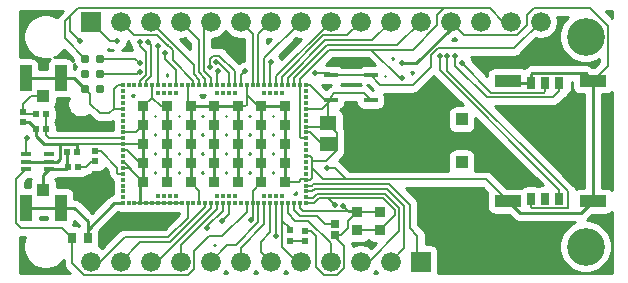
<source format=gtl>
G04 #@! TF.GenerationSoftware,KiCad,Pcbnew,(5.1.6)-1*
G04 #@! TF.CreationDate,2021-04-28T16:12:28-06:00*
G04 #@! TF.ProjectId,oasis_iot,6f617369-735f-4696-9f74-2e6b69636164,rev?*
G04 #@! TF.SameCoordinates,Original*
G04 #@! TF.FileFunction,Copper,L1,Top*
G04 #@! TF.FilePolarity,Positive*
%FSLAX46Y46*%
G04 Gerber Fmt 4.6, Leading zero omitted, Abs format (unit mm)*
G04 Created by KiCad (PCBNEW (5.1.6)-1) date 2021-04-28 16:12:28*
%MOMM*%
%LPD*%
G01*
G04 APERTURE LIST*
G04 #@! TA.AperFunction,SMDPad,CuDef*
%ADD10R,1.470000X1.160000*%
G04 #@! TD*
G04 #@! TA.AperFunction,SMDPad,CuDef*
%ADD11R,1.143000X0.406400*%
G04 #@! TD*
G04 #@! TA.AperFunction,SMDPad,CuDef*
%ADD12C,0.787000*%
G04 #@! TD*
G04 #@! TA.AperFunction,SMDPad,CuDef*
%ADD13R,0.970000X0.390000*%
G04 #@! TD*
G04 #@! TA.AperFunction,SMDPad,CuDef*
%ADD14R,0.540000X0.600000*%
G04 #@! TD*
G04 #@! TA.AperFunction,SMDPad,CuDef*
%ADD15R,0.600000X0.540000*%
G04 #@! TD*
G04 #@! TA.AperFunction,ComponentPad*
%ADD16C,1.676400*%
G04 #@! TD*
G04 #@! TA.AperFunction,ComponentPad*
%ADD17R,1.676400X1.676400*%
G04 #@! TD*
G04 #@! TA.AperFunction,ComponentPad*
%ADD18C,3.200000*%
G04 #@! TD*
G04 #@! TA.AperFunction,SMDPad,CuDef*
%ADD19R,0.630000X0.510000*%
G04 #@! TD*
G04 #@! TA.AperFunction,SMDPad,CuDef*
%ADD20R,0.930000X0.870000*%
G04 #@! TD*
G04 #@! TA.AperFunction,SMDPad,CuDef*
%ADD21R,0.635000X0.635000*%
G04 #@! TD*
G04 #@! TA.AperFunction,SMDPad,CuDef*
%ADD22R,0.900000X0.900000*%
G04 #@! TD*
G04 #@! TA.AperFunction,SMDPad,CuDef*
%ADD23R,0.350000X0.350000*%
G04 #@! TD*
G04 #@! TA.AperFunction,SMDPad,CuDef*
%ADD24R,0.700000X0.900000*%
G04 #@! TD*
G04 #@! TA.AperFunction,SMDPad,CuDef*
%ADD25R,1.000000X1.050000*%
G04 #@! TD*
G04 #@! TA.AperFunction,SMDPad,CuDef*
%ADD26R,1.050000X2.200000*%
G04 #@! TD*
G04 #@! TA.AperFunction,SMDPad,CuDef*
%ADD27R,1.000000X1.100000*%
G04 #@! TD*
G04 #@! TA.AperFunction,SMDPad,CuDef*
%ADD28R,0.800000X1.000000*%
G04 #@! TD*
G04 #@! TA.AperFunction,SMDPad,CuDef*
%ADD29R,2.300000X1.000000*%
G04 #@! TD*
G04 #@! TA.AperFunction,ViaPad*
%ADD30C,0.500000*%
G04 #@! TD*
G04 #@! TA.AperFunction,Conductor*
%ADD31C,0.200000*%
G04 #@! TD*
G04 #@! TA.AperFunction,Conductor*
%ADD32C,0.254000*%
G04 #@! TD*
G04 #@! TA.AperFunction,NonConductor*
%ADD33C,0.254000*%
G04 #@! TD*
G04 APERTURE END LIST*
D10*
X69253100Y-76637900D03*
X69253100Y-74887900D03*
D11*
X72885000Y-72950000D03*
X69535000Y-72950000D03*
X72885000Y-70850000D03*
X69535000Y-70850000D03*
D12*
X48729900Y-69481700D03*
X49999900Y-69481700D03*
X48729900Y-70751700D03*
X49999900Y-70751700D03*
X48729900Y-72021700D03*
X49999900Y-72021700D03*
D13*
X43673200Y-78168500D03*
X43673200Y-78818500D03*
X43673200Y-77518500D03*
X45633200Y-78168500D03*
X45633200Y-77518500D03*
X45633200Y-78818500D03*
D14*
X47256500Y-78651100D03*
X48120500Y-78651100D03*
D15*
X43434000Y-74854000D03*
X43434000Y-73990000D03*
D16*
X69490001Y-66315001D03*
X66950001Y-66315001D03*
X72030001Y-66315001D03*
X74570001Y-66315001D03*
X77110001Y-66315001D03*
X64410001Y-66315001D03*
X59330001Y-66315001D03*
X61870001Y-66315001D03*
X79650001Y-66315001D03*
X82190001Y-66315001D03*
X84730001Y-66315001D03*
X56790001Y-66315001D03*
X51710001Y-66315001D03*
X54250001Y-66315001D03*
D17*
X49170001Y-66315001D03*
D16*
X87270001Y-66315001D03*
D18*
X91080001Y-67585001D03*
X91080001Y-85365001D03*
D16*
X66950001Y-86635001D03*
X64410001Y-86635001D03*
X61870001Y-86635001D03*
X59330001Y-86635001D03*
X56790001Y-86635001D03*
X54250001Y-86635001D03*
X51710001Y-86635001D03*
X69490001Y-86635001D03*
X72030001Y-86635001D03*
X74570001Y-86635001D03*
D17*
X77110001Y-86635001D03*
D16*
X49170001Y-86635001D03*
D19*
X66040000Y-83995000D03*
X66040000Y-84915000D03*
D20*
X71755000Y-82405000D03*
X71755000Y-83965000D03*
D21*
X69862700Y-83477100D03*
X69862700Y-84366100D03*
D22*
X53639200Y-79895300D03*
X53639200Y-78295300D03*
X53639200Y-76695300D03*
X53639200Y-75095300D03*
X53639200Y-73495300D03*
X55639200Y-79895300D03*
X55639200Y-78295300D03*
X55639200Y-76695300D03*
X55639200Y-75095300D03*
X55639200Y-73495300D03*
X57639200Y-79895300D03*
X57639200Y-78295300D03*
X57639200Y-76695300D03*
X57639200Y-75095300D03*
X57639200Y-73495300D03*
X59639200Y-79895300D03*
X59639200Y-78295300D03*
X59639200Y-76695300D03*
X59639200Y-75095300D03*
X59639200Y-73495300D03*
X61639200Y-79895300D03*
X61639200Y-78295300D03*
X61639200Y-76695300D03*
X61639200Y-75095300D03*
X61639200Y-73495300D03*
X63639200Y-79895300D03*
X63639200Y-78295300D03*
X63639200Y-76695300D03*
X63639200Y-75095300D03*
X63639200Y-73495300D03*
X65639200Y-79895300D03*
X65639200Y-78295300D03*
X65639200Y-76695300D03*
X65639200Y-75095300D03*
D23*
X65389200Y-81045300D03*
X64889200Y-81045300D03*
X64389200Y-81045300D03*
X63889200Y-81045300D03*
X61389200Y-81045300D03*
X60889200Y-81045300D03*
X60389200Y-81045300D03*
X59889200Y-81045300D03*
X56389200Y-81045300D03*
X55889200Y-81045300D03*
X55389200Y-81045300D03*
X54889200Y-81045300D03*
X54889200Y-72345300D03*
X55389200Y-72345300D03*
X55889200Y-72345300D03*
X56389200Y-72345300D03*
X59889200Y-72345300D03*
X60389200Y-72345300D03*
X60889200Y-72345300D03*
X61389200Y-72345300D03*
X63889200Y-72345300D03*
X64389200Y-72345300D03*
X64889200Y-72345300D03*
X65389200Y-72345300D03*
D22*
X65639200Y-73495300D03*
D23*
X66889200Y-81695300D03*
X66389200Y-81695300D03*
X65889200Y-81695300D03*
X65389200Y-81695300D03*
X64889200Y-81695300D03*
X64389200Y-81695300D03*
X63889200Y-81695300D03*
X63389200Y-81695300D03*
X62889200Y-81695300D03*
X62389200Y-81695300D03*
X61889200Y-81695300D03*
X61389200Y-81695300D03*
X60889200Y-81695300D03*
X60389200Y-81695300D03*
X59889200Y-81695300D03*
X59389200Y-81695300D03*
X58889200Y-81695300D03*
X58389200Y-81695300D03*
X57889200Y-81695300D03*
X57389200Y-81695300D03*
X56889200Y-81695300D03*
X56389200Y-81695300D03*
X55889200Y-81695300D03*
X55389200Y-81695300D03*
X54889200Y-81695300D03*
X54389200Y-81695300D03*
X53889200Y-81695300D03*
X53389200Y-81695300D03*
X52889200Y-81695300D03*
X52389200Y-81695300D03*
X51889200Y-81695300D03*
X51889200Y-81195300D03*
X51889200Y-80695300D03*
X51889200Y-80195300D03*
X51889200Y-79695300D03*
X51889200Y-79195300D03*
X51889200Y-78695300D03*
X51889200Y-78195300D03*
X51889200Y-77695300D03*
X51889200Y-77195300D03*
X51889200Y-76695300D03*
X51889200Y-76195300D03*
X51889200Y-75695300D03*
X51889200Y-75195300D03*
X51889200Y-74695300D03*
X51889200Y-74195300D03*
X51889200Y-73695300D03*
X51889200Y-73195300D03*
X51889200Y-72695300D03*
X51889200Y-72195300D03*
X51889200Y-71695300D03*
X52389200Y-71695300D03*
X52889200Y-71695300D03*
X53389200Y-71695300D03*
X53889200Y-71695300D03*
X54389200Y-71695300D03*
X54889200Y-71695300D03*
X55389200Y-71695300D03*
X55889200Y-71695300D03*
X56389200Y-71695300D03*
X56889200Y-71695300D03*
X57389200Y-71695300D03*
X57889200Y-71695300D03*
X58389200Y-71695300D03*
X58889200Y-71695300D03*
X59389200Y-71695300D03*
X59889200Y-71695300D03*
X60389200Y-71695300D03*
X60889200Y-71695300D03*
X61389200Y-71695300D03*
X61889200Y-71695300D03*
X62389200Y-71695300D03*
X62889200Y-71695300D03*
X63389200Y-71695300D03*
X63889200Y-71695300D03*
X64389200Y-71695300D03*
X64889200Y-71695300D03*
X65389200Y-71695300D03*
X65889200Y-71695300D03*
X66389200Y-71695300D03*
X66889200Y-71695300D03*
X67389200Y-71695300D03*
X67389200Y-72195300D03*
X67389200Y-72695300D03*
X67389200Y-73195300D03*
X67389200Y-73695300D03*
X67389200Y-74195300D03*
X67389200Y-74695300D03*
X67389200Y-75195300D03*
X67389200Y-75695300D03*
X67389200Y-76195300D03*
X67389200Y-76695300D03*
X67389200Y-77195300D03*
X67389200Y-77695300D03*
X67389200Y-78195300D03*
X67389200Y-78695300D03*
X67389200Y-79195300D03*
X67389200Y-79695300D03*
X67389200Y-80195300D03*
X67389200Y-80695300D03*
X67389200Y-81195300D03*
X67389200Y-81695300D03*
D24*
X48922700Y-84645500D03*
X47622700Y-84645500D03*
D15*
X67310000Y-84887000D03*
X67310000Y-84023000D03*
D25*
X45173900Y-80529700D03*
D26*
X43698900Y-82054700D03*
X46648900Y-82054700D03*
D27*
X80593000Y-74595900D03*
X80593000Y-78235900D03*
D28*
X86468000Y-81315900D03*
X87668000Y-81315900D03*
X86468000Y-71515900D03*
X87668000Y-71515900D03*
X88868000Y-71515900D03*
X88868000Y-81315900D03*
D29*
X91718000Y-71315900D03*
X84518000Y-71315900D03*
X84518000Y-81515900D03*
X91718000Y-81515900D03*
D25*
X45161200Y-72606900D03*
D26*
X46636200Y-71081900D03*
X43686200Y-71081900D03*
D14*
X47180500Y-77330300D03*
X48040500Y-77330300D03*
D15*
X49530000Y-78155800D03*
X49530000Y-77295800D03*
D14*
X44528000Y-74168000D03*
X45388000Y-74168000D03*
X45388000Y-75438000D03*
X44528000Y-75438000D03*
D20*
X73660000Y-82405000D03*
X73660000Y-83965000D03*
D30*
X54078911Y-68042110D03*
X79375000Y-69215000D03*
X55440642Y-68960988D03*
X80645000Y-69850006D03*
X54893637Y-68410988D03*
X78740000Y-69215000D03*
X60325024Y-83185000D03*
X62793591Y-83113591D03*
X64839220Y-84472088D03*
X69850000Y-81834979D03*
X69215000Y-78740000D03*
X59936054Y-70485000D03*
X75565000Y-69850000D03*
X64439210Y-69762566D03*
X53340000Y-68003202D03*
X80010000Y-69215000D03*
X70544509Y-81922499D03*
X75565000Y-71120000D03*
X43815000Y-76200000D03*
X48260000Y-67945000D03*
X62276863Y-70485000D03*
X68152817Y-70692817D03*
X53340017Y-70550011D03*
X59289996Y-70191581D03*
X53340000Y-69850000D03*
X59822325Y-69737002D03*
X59055000Y-83820000D03*
X51435000Y-67945000D03*
D31*
X54328910Y-68292109D02*
X54078911Y-68042110D01*
X53889200Y-71380530D02*
X54328910Y-70940820D01*
X53889200Y-71695300D02*
X53889200Y-71380530D01*
X54328910Y-70940820D02*
X54328910Y-68292109D01*
X86468000Y-82015900D02*
X86468000Y-81315900D01*
X86568001Y-82115901D02*
X86468000Y-82015900D01*
X89568001Y-80678001D02*
X89568001Y-82055901D01*
X79375000Y-69215000D02*
X79375000Y-70485000D01*
X89568001Y-82055901D02*
X89508001Y-82115901D01*
X79375000Y-70485000D02*
X89568001Y-80678001D01*
X89508001Y-82115901D02*
X86568001Y-82115901D01*
X87668000Y-71275898D02*
X87668000Y-71515900D01*
X56389200Y-71695300D02*
X56389200Y-70436698D01*
X55440642Y-69488140D02*
X55440642Y-68960988D01*
X56389200Y-70436698D02*
X55440642Y-69488140D01*
X83110895Y-72315901D02*
X80645000Y-69850006D01*
X87668000Y-72215900D02*
X87567999Y-72315901D01*
X87567999Y-72315901D02*
X83110895Y-72315901D01*
X87668000Y-71515900D02*
X87668000Y-72215900D01*
X54889200Y-71695300D02*
X54889200Y-68415425D01*
X54889200Y-68415425D02*
X54893637Y-68410988D01*
X88868000Y-80543698D02*
X78740000Y-70415698D01*
X88868000Y-81315900D02*
X88868000Y-80543698D01*
X78740000Y-70415698D02*
X78740000Y-69035998D01*
D32*
X48922700Y-84645500D02*
X48922700Y-83212700D01*
X47764700Y-82054700D02*
X46648900Y-82054700D01*
X48922700Y-83212700D02*
X47764700Y-82054700D01*
X43698900Y-82054700D02*
X46648900Y-82054700D01*
X51166899Y-81697301D02*
X51887199Y-81697301D01*
X48922700Y-84645500D02*
X48922700Y-83941500D01*
X48922700Y-83941500D02*
X51166899Y-81697301D01*
X43673200Y-78168500D02*
X45633200Y-78168500D01*
X46648899Y-76703299D02*
X47967499Y-76703299D01*
X46583499Y-76768699D02*
X46648899Y-76703299D01*
X46583499Y-77957201D02*
X46583499Y-76768699D01*
X46372200Y-78168500D02*
X46583499Y-77957201D01*
X45633200Y-78168500D02*
X46372200Y-78168500D01*
X43944000Y-74854000D02*
X44528000Y-75438000D01*
X43434000Y-74854000D02*
X43944000Y-74854000D01*
X44528000Y-75992000D02*
X45239299Y-76703299D01*
X44528000Y-75438000D02*
X44528000Y-75992000D01*
X48040500Y-76776300D02*
X48040500Y-77330300D01*
X47967499Y-76703299D02*
X48040500Y-76776300D01*
X45239299Y-76703299D02*
X47967499Y-76703299D01*
X43686200Y-71081900D02*
X46636200Y-71081900D01*
X47790100Y-71081900D02*
X48729900Y-72021700D01*
X46636200Y-71081900D02*
X47790100Y-71081900D01*
X90690989Y-82542911D02*
X85545011Y-82542911D01*
X85545011Y-82542911D02*
X84518000Y-81515900D01*
X91718000Y-81515900D02*
X90690989Y-82542911D01*
X86541001Y-70688899D02*
X86468000Y-70761900D01*
X91090999Y-70688899D02*
X86541001Y-70688899D01*
X86468000Y-70761900D02*
X86468000Y-71515900D01*
X91718000Y-71315900D02*
X91090999Y-70688899D01*
X84718000Y-71515900D02*
X84518000Y-71315900D01*
X86468000Y-71515900D02*
X84718000Y-71515900D01*
X53389200Y-80145300D02*
X53639200Y-79895300D01*
X53389200Y-81695300D02*
X53389200Y-80145300D01*
X53639200Y-79895300D02*
X53639200Y-78295300D01*
X53639200Y-78295300D02*
X53639200Y-76695300D01*
X53639200Y-76695300D02*
X53639200Y-75095300D01*
X53639200Y-75095300D02*
X53639200Y-73495300D01*
X55639200Y-79895300D02*
X55639200Y-78295300D01*
X55639200Y-78295300D02*
X55639200Y-76695300D01*
X55639200Y-76695300D02*
X55639200Y-75095300D01*
X55639200Y-75095300D02*
X55639200Y-73495300D01*
X57639200Y-73495300D02*
X57639200Y-75095300D01*
X57639200Y-75095300D02*
X57639200Y-76695300D01*
X57639200Y-76695300D02*
X57639200Y-78295300D01*
X57639200Y-78295300D02*
X57639200Y-79895300D01*
X59639200Y-79895300D02*
X59639200Y-78295300D01*
X59639200Y-78295300D02*
X59639200Y-76695300D01*
X59639200Y-76695300D02*
X59639200Y-75095300D01*
X59639200Y-75095300D02*
X59639200Y-73495300D01*
X61639200Y-73495300D02*
X61639200Y-75095300D01*
X61639200Y-75095300D02*
X61639200Y-76695300D01*
X61639200Y-76695300D02*
X61639200Y-78295300D01*
X61639200Y-78295300D02*
X61639200Y-79895300D01*
X63639200Y-79895300D02*
X63639200Y-78295300D01*
X63639200Y-78295300D02*
X63639200Y-76695300D01*
X63639200Y-76695300D02*
X63639200Y-75095300D01*
X63639200Y-75095300D02*
X63639200Y-73495300D01*
X63639200Y-73495300D02*
X65639200Y-73495300D01*
X65639200Y-73495300D02*
X65639200Y-75095300D01*
X65639200Y-75095300D02*
X65639200Y-76695300D01*
X65639200Y-76695300D02*
X65639200Y-78295300D01*
X65639200Y-78295300D02*
X65639200Y-79895300D01*
X57639200Y-73495300D02*
X59639200Y-73495300D01*
X59639200Y-73495300D02*
X61639200Y-73495300D01*
D31*
X62289200Y-73495300D02*
X62389200Y-73395300D01*
X61639200Y-73495300D02*
X62289200Y-73495300D01*
X57389200Y-73245300D02*
X57389200Y-71695300D01*
X57639200Y-73495300D02*
X57389200Y-73245300D01*
X54389200Y-72745300D02*
X54389200Y-71695300D01*
X53639200Y-73495300D02*
X54389200Y-72745300D01*
X49144401Y-72436201D02*
X48729900Y-72021700D01*
X49144401Y-73274401D02*
X49144401Y-72436201D01*
X49957201Y-74087201D02*
X49144401Y-73274401D01*
X50762741Y-74087201D02*
X49957201Y-74087201D01*
X51176401Y-72018097D02*
X51176401Y-73673541D01*
X51499198Y-71695300D02*
X51176401Y-72018097D01*
X51176401Y-73673541D02*
X50762741Y-74087201D01*
X51889200Y-71695300D02*
X51499198Y-71695300D01*
X53039200Y-75695300D02*
X53639200Y-75095300D01*
X51889200Y-75695300D02*
X53039200Y-75695300D01*
X51889200Y-76695300D02*
X53639200Y-76695300D01*
X53379202Y-78295300D02*
X53639200Y-78295300D01*
X52279202Y-77195300D02*
X53379202Y-78295300D01*
X51889200Y-77195300D02*
X52279202Y-77195300D01*
X53639200Y-79854800D02*
X53639200Y-79895300D01*
X51979700Y-78195300D02*
X53639200Y-79854800D01*
X51889200Y-78195300D02*
X51979700Y-78195300D01*
X52439200Y-78695300D02*
X53639200Y-79895300D01*
X51889200Y-78695300D02*
X52439200Y-78695300D01*
X62889200Y-80645300D02*
X63639200Y-79895300D01*
X62889200Y-81695300D02*
X62889200Y-80645300D01*
X65639200Y-75095300D02*
X65739200Y-75195300D01*
D32*
X84518000Y-71315900D02*
X84518000Y-71183000D01*
X91718000Y-81515900D02*
X91718000Y-71315900D01*
D31*
X48763299Y-76703299D02*
X48771298Y-76695300D01*
X48771298Y-76695300D02*
X51889200Y-76695300D01*
X47967499Y-76703299D02*
X48763299Y-76703299D01*
X51867441Y-73673541D02*
X51889200Y-73695300D01*
X51176401Y-73673541D02*
X51867441Y-73673541D01*
X92980002Y-66673000D02*
X92980002Y-70053898D01*
X92980002Y-70053898D02*
X91718000Y-71315900D01*
X91483802Y-65176800D02*
X92980002Y-66673000D01*
X86723664Y-65176800D02*
X91483802Y-65176800D01*
X86131800Y-65768664D02*
X86723664Y-65176800D01*
X86131800Y-66597740D02*
X86131800Y-65768664D01*
X85276338Y-67453202D02*
X86131800Y-66597740D01*
X80788202Y-67453202D02*
X85276338Y-67453202D01*
X79650001Y-66315001D02*
X80788202Y-67453202D01*
X60889200Y-82620824D02*
X60325024Y-83185000D01*
X60889200Y-81695300D02*
X60889200Y-82620824D01*
X62889200Y-83017982D02*
X62889200Y-81695300D01*
X62793591Y-83113591D02*
X62889200Y-83017982D01*
X64889200Y-84422108D02*
X64839220Y-84472088D01*
X64889200Y-81695300D02*
X64889200Y-84422108D01*
X71755000Y-83965000D02*
X73660000Y-83965000D01*
X68095400Y-81695300D02*
X68510699Y-81280001D01*
X74929999Y-82234999D02*
X74929999Y-82695001D01*
X73975001Y-81280001D02*
X74929999Y-82234999D01*
X74929999Y-82695001D02*
X73660000Y-83965000D01*
X68510699Y-81280001D02*
X73975001Y-81280001D01*
X67389200Y-81695300D02*
X68095400Y-81695300D01*
X67389200Y-79695300D02*
X67779202Y-79695300D01*
X67779202Y-77695300D02*
X67389200Y-77695300D01*
X67945000Y-77861098D02*
X67779202Y-77695300D01*
X67779202Y-79695300D02*
X67945000Y-79529502D01*
X70018101Y-75747901D02*
X69253100Y-74982900D01*
X70018101Y-77217901D02*
X70018101Y-75747901D01*
X67945000Y-78105000D02*
X69131002Y-78105000D01*
X69131002Y-78105000D02*
X70018101Y-77217901D01*
X67945000Y-78105000D02*
X67945000Y-77861098D01*
X55139200Y-73495300D02*
X54389200Y-72745300D01*
X55639200Y-73495300D02*
X55139200Y-73495300D01*
X63335300Y-73495300D02*
X62389200Y-72549200D01*
X63639200Y-73495300D02*
X63335300Y-73495300D01*
X62389200Y-73395300D02*
X62389200Y-72549200D01*
X62389200Y-72549200D02*
X62389200Y-71695300D01*
X52864201Y-81720299D02*
X52889200Y-81695300D01*
X52889200Y-81695300D02*
X56889200Y-81695300D01*
X58389200Y-80645300D02*
X57639200Y-79895300D01*
X58389200Y-81695300D02*
X58389200Y-80645300D01*
X68884960Y-79679960D02*
X67945000Y-78740000D01*
X84518000Y-81515900D02*
X82682060Y-79679960D01*
X67945000Y-79529502D02*
X67945000Y-78740000D01*
X67945000Y-78740000D02*
X67945000Y-78105000D01*
X69040700Y-75195300D02*
X69253100Y-74982900D01*
X67389200Y-75195300D02*
X69040700Y-75195300D01*
X65639200Y-79895300D02*
X65839200Y-79695300D01*
X68510699Y-81280001D02*
X69295022Y-81280001D01*
X69295022Y-81280001D02*
X69850000Y-81834979D01*
X69875080Y-78740000D02*
X70815040Y-79679960D01*
X69215000Y-78740000D02*
X69875080Y-78740000D01*
X82682060Y-79679960D02*
X70815040Y-79679960D01*
X70815040Y-79679960D02*
X68884960Y-79679960D01*
X66789700Y-79895300D02*
X67014699Y-79670301D01*
X65639200Y-79895300D02*
X66789700Y-79895300D01*
X67364201Y-79670301D02*
X67389200Y-79695300D01*
X67014699Y-79670301D02*
X67364201Y-79670301D01*
X59889200Y-70531854D02*
X59936054Y-70485000D01*
X59889200Y-71695300D02*
X59889200Y-70531854D01*
X64389200Y-69812576D02*
X64439210Y-69762566D01*
X64389200Y-71695300D02*
X64389200Y-69812576D01*
D32*
X79650001Y-66906109D02*
X79650001Y-66315001D01*
X76706110Y-69850000D02*
X79650001Y-66906109D01*
X75565000Y-69850000D02*
X76706110Y-69850000D01*
D31*
X69253100Y-73231900D02*
X69535000Y-72950000D01*
X69253100Y-74982900D02*
X69253100Y-73231900D01*
X69535000Y-72950000D02*
X69535000Y-72665000D01*
X69535000Y-72665000D02*
X69820000Y-72380000D01*
X72315000Y-72380000D02*
X72885000Y-72950000D01*
X69820000Y-72380000D02*
X72315000Y-72380000D01*
X69033902Y-72950000D02*
X69535000Y-72950000D01*
X67779202Y-71695300D02*
X69033902Y-72950000D01*
X67389200Y-71695300D02*
X67779202Y-71695300D01*
X68789700Y-73695300D02*
X69535000Y-72950000D01*
X67389200Y-73695300D02*
X68789700Y-73695300D01*
X53389200Y-71695300D02*
X53389200Y-71314830D01*
X53340000Y-68356755D02*
X53340000Y-68003202D01*
X53890018Y-70814012D02*
X53890018Y-68906773D01*
X53890018Y-68906773D02*
X53340000Y-68356755D01*
X53389200Y-71314830D02*
X53890018Y-70814012D01*
X88367989Y-72715911D02*
X82696903Y-72715911D01*
X82696903Y-72715911D02*
X80010000Y-70029008D01*
X88868000Y-71515900D02*
X88868000Y-72215900D01*
X88868000Y-72215900D02*
X88367989Y-72715911D01*
X80010000Y-70029008D02*
X80010000Y-69215000D01*
X46772200Y-83795000D02*
X47622700Y-84645500D01*
X43274198Y-83795000D02*
X46772200Y-83795000D01*
X42873899Y-83394701D02*
X43274198Y-83795000D01*
X42873899Y-79617801D02*
X42873899Y-83394701D01*
X43673200Y-78818500D02*
X42873899Y-79617801D01*
X48623664Y-87773202D02*
X47622700Y-86772238D01*
X57928202Y-87245498D02*
X57400498Y-87773202D01*
X62389200Y-82390800D02*
X60325000Y-84455000D01*
X60325000Y-84455000D02*
X59198202Y-84455000D01*
X62389200Y-81695300D02*
X62389200Y-82390800D01*
X57400498Y-87773202D02*
X48623664Y-87773202D01*
X57928202Y-85725000D02*
X57928202Y-87245498D01*
X59198202Y-84455000D02*
X57928202Y-85725000D01*
X47622700Y-86357700D02*
X47625000Y-86360000D01*
X47622700Y-86357700D02*
X47622700Y-84645500D01*
X47622700Y-86772238D02*
X47622700Y-86357700D01*
X66914199Y-81670301D02*
X66889200Y-81695300D01*
X66889200Y-71969200D02*
X66889200Y-71695300D01*
X66914199Y-71994199D02*
X66889200Y-71969200D01*
X84095001Y-66315001D02*
X84730001Y-66315001D01*
X82956800Y-65176800D02*
X84095001Y-66315001D01*
X76431842Y-68677698D02*
X78511800Y-66597740D01*
X78511800Y-66597740D02*
X78511800Y-65768664D01*
X75467300Y-68677698D02*
X76431842Y-68677698D01*
X78511800Y-65768664D02*
X79103664Y-65176800D01*
X79103664Y-65176800D02*
X79146800Y-65176800D01*
X79146800Y-65176800D02*
X82956800Y-65176800D01*
X70628202Y-85335001D02*
X69862700Y-84569499D01*
X70628202Y-87181338D02*
X70628202Y-85335001D01*
X70036338Y-87773202D02*
X70628202Y-87181338D01*
X68251792Y-87081330D02*
X68943664Y-87773202D01*
X68943664Y-87773202D02*
X70036338Y-87773202D01*
X68251792Y-84464792D02*
X68251792Y-87081330D01*
X67810000Y-84023000D02*
X68251792Y-84464792D01*
X69862700Y-84569499D02*
X69862700Y-84366100D01*
X67310000Y-84023000D02*
X67810000Y-84023000D01*
X66889200Y-81695300D02*
X66889200Y-82085302D01*
X66889200Y-82085302D02*
X67188877Y-82384979D01*
X71734979Y-82384979D02*
X71755000Y-82405000D01*
X67188877Y-82384979D02*
X71734979Y-82384979D01*
X70989999Y-83170001D02*
X71755000Y-82405000D01*
X69862700Y-84366100D02*
X70380200Y-84366100D01*
X70989999Y-83756301D02*
X70989999Y-83170001D01*
X70380200Y-84366100D02*
X70989999Y-83756301D01*
X71755000Y-82405000D02*
X73660000Y-82405000D01*
X66999198Y-76195300D02*
X66889200Y-76085302D01*
X66889200Y-76085302D02*
X66889200Y-71695300D01*
X67389200Y-76195300D02*
X66999198Y-76195300D01*
X71755000Y-82405000D02*
X71027010Y-82405000D01*
X71027010Y-82405000D02*
X70544509Y-81922499D01*
X70351684Y-68677698D02*
X73122698Y-68677698D01*
X73122698Y-68677698D02*
X75467300Y-68677698D01*
X72927302Y-68677698D02*
X73122698Y-68677698D01*
X65176800Y-65176800D02*
X79146800Y-65176800D01*
X48091800Y-65176800D02*
X65176800Y-65176800D01*
X48729900Y-69481700D02*
X46990000Y-67741800D01*
X46990000Y-67741800D02*
X46990000Y-66278600D01*
X72927302Y-68677698D02*
X75369604Y-71120000D01*
X75369604Y-71120000D02*
X75565000Y-71120000D01*
X43673200Y-77518500D02*
X43673200Y-76341800D01*
X43673200Y-76341800D02*
X43815000Y-76200000D01*
X48260000Y-67945000D02*
X47426800Y-67111800D01*
X46990000Y-66278600D02*
X47426800Y-65841800D01*
X47426800Y-67111800D02*
X47426800Y-65841800D01*
X47426800Y-65841800D02*
X48091800Y-65176800D01*
X66889200Y-71695300D02*
X66889200Y-71178602D01*
X69390104Y-68677698D02*
X72927302Y-68677698D01*
X66889200Y-71178602D02*
X69390104Y-68677698D01*
X50030000Y-77295800D02*
X49530000Y-77295800D01*
X51414199Y-78679999D02*
X50030000Y-77295800D01*
X51414199Y-79110301D02*
X51414199Y-78679999D01*
X51499198Y-79195300D02*
X51414199Y-79110301D01*
X51889200Y-79195300D02*
X51499198Y-79195300D01*
X45388000Y-74168000D02*
X45388000Y-75438000D01*
X45645300Y-76195300D02*
X51889200Y-76195300D01*
X45388000Y-75938000D02*
X45645300Y-76195300D01*
X45388000Y-75438000D02*
X45388000Y-75938000D01*
X61864201Y-71670301D02*
X61889200Y-71695300D01*
D32*
X87270001Y-66399999D02*
X87270001Y-66315001D01*
D31*
X61889200Y-71695300D02*
X61889200Y-70872663D01*
X61889200Y-70872663D02*
X62276863Y-70485000D01*
X85005002Y-68580000D02*
X78579992Y-68580000D01*
X78020002Y-69139990D02*
X78020002Y-70114002D01*
X78020002Y-70114002D02*
X76464002Y-71670002D01*
X78579992Y-68580000D02*
X78020002Y-69139990D01*
X87270001Y-66315001D02*
X85005002Y-68580000D01*
X72560000Y-70850000D02*
X69535000Y-70850000D01*
X69377817Y-70692817D02*
X69535000Y-70850000D01*
X68152817Y-70692817D02*
X69377817Y-70692817D01*
X73705002Y-71670002D02*
X72885000Y-70850000D01*
X76464002Y-71670002D02*
X73705002Y-71670002D01*
X47256500Y-77406300D02*
X47180500Y-77330300D01*
D32*
X47180500Y-78575100D02*
X47256500Y-78651100D01*
X47180500Y-77330300D02*
X47180500Y-78575100D01*
X47089100Y-78818500D02*
X47256500Y-78651100D01*
X45633200Y-78818500D02*
X47089100Y-78818500D01*
X45173900Y-79277800D02*
X45633200Y-78818500D01*
X45173900Y-80529700D02*
X45173900Y-79277800D01*
D31*
X53138328Y-70751700D02*
X53340017Y-70550011D01*
X49999900Y-70751700D02*
X53138328Y-70751700D01*
X61389200Y-71695300D02*
X61364201Y-71670301D01*
X59250048Y-70151633D02*
X59289996Y-70191581D01*
X61389200Y-70489875D02*
X60086326Y-69187001D01*
X60086326Y-69187001D02*
X59558324Y-69187001D01*
X61389200Y-71695300D02*
X61389200Y-70489875D01*
X59250048Y-70045048D02*
X59250048Y-70151633D01*
X59272324Y-69473001D02*
X59558324Y-69187001D01*
X59272324Y-70067324D02*
X59272324Y-69473001D01*
X59289996Y-70191581D02*
X59289996Y-70084996D01*
X59289996Y-70084996D02*
X59272324Y-70067324D01*
X52971700Y-69481700D02*
X53340000Y-69850000D01*
X49999900Y-69481700D02*
X52971700Y-69481700D01*
X60002060Y-69737002D02*
X59822325Y-69737002D01*
X60889200Y-70624142D02*
X60002060Y-69737002D01*
X60889200Y-71695300D02*
X60889200Y-70624142D01*
X66950001Y-86635001D02*
X66965801Y-86619201D01*
X65364201Y-81720299D02*
X65389200Y-81695300D01*
X66950001Y-86635001D02*
X66592489Y-86277489D01*
X66950001Y-86635001D02*
X67205201Y-86635001D01*
X66040000Y-83820000D02*
X65389200Y-83169200D01*
X66040000Y-83995000D02*
X66040000Y-83820000D01*
X65389200Y-83169200D02*
X65389200Y-81695300D01*
X66950001Y-86635001D02*
X66649999Y-86635001D01*
X65389222Y-83169222D02*
X65389200Y-83169200D01*
X66649999Y-86635001D02*
X65389222Y-85374224D01*
X65389222Y-85374224D02*
X65389222Y-83169222D01*
X67282000Y-84915000D02*
X67310000Y-84887000D01*
X66040000Y-84915000D02*
X67282000Y-84915000D01*
X66395600Y-81701700D02*
X66389200Y-81695300D01*
X66374000Y-81695300D02*
X66364201Y-81705099D01*
X66389200Y-81695300D02*
X66374000Y-81695300D01*
X69862700Y-83477100D02*
X69636000Y-83477100D01*
X66389200Y-82264200D02*
X66389200Y-81695300D01*
X66909989Y-82784989D02*
X66389200Y-82264200D01*
X68357789Y-82784989D02*
X66909989Y-82784989D01*
X69862700Y-83477100D02*
X69049900Y-83477100D01*
X69049900Y-83477100D02*
X68357789Y-82784989D01*
X59055000Y-83641022D02*
X59055000Y-83820000D01*
X60389200Y-81695300D02*
X60389200Y-82306822D01*
X60389200Y-82306822D02*
X59055000Y-83641022D01*
X50800000Y-67945000D02*
X49170001Y-66315001D01*
X51435000Y-67945000D02*
X50800000Y-67945000D01*
X52848202Y-67453202D02*
X54804002Y-67453202D01*
X51710001Y-66315001D02*
X52848202Y-67453202D01*
X54876700Y-67525900D02*
X54895202Y-67525900D01*
X54804002Y-67453202D02*
X54876700Y-67525900D01*
X54895202Y-67525900D02*
X55495550Y-68126250D01*
X55495550Y-68126250D02*
X55774870Y-68405569D01*
X57889200Y-71695300D02*
X57889200Y-71301716D01*
X56114988Y-68745689D02*
X55495550Y-68126250D01*
X57889200Y-71301716D02*
X56114988Y-69527504D01*
X56114988Y-69527504D02*
X56114988Y-68745689D01*
X58389200Y-71236016D02*
X57939964Y-70786780D01*
X58389200Y-71695300D02*
X58389200Y-71236016D01*
X57939964Y-70786780D02*
X57939964Y-70004964D01*
X57939964Y-70004964D02*
X54250001Y-66315001D01*
X58889200Y-71170316D02*
X58889200Y-71695300D01*
X56790001Y-66315001D02*
X58339977Y-67864977D01*
X58339977Y-70621093D02*
X58889200Y-71170316D01*
X58339977Y-67864977D02*
X58339977Y-70621093D01*
X58739988Y-70454199D02*
X58739988Y-66905014D01*
X59389200Y-71234748D02*
X59339197Y-71184745D01*
X58739988Y-66905014D02*
X59330001Y-66315001D01*
X59339197Y-71184745D02*
X59339197Y-71053408D01*
X59389200Y-71695300D02*
X59389200Y-71234748D01*
X59339197Y-71053408D02*
X58739988Y-70454199D01*
X62889200Y-71695300D02*
X62889200Y-67334200D01*
X62889200Y-67334200D02*
X61870001Y-66315001D01*
X63389200Y-71695300D02*
X63389200Y-67335802D01*
X63389200Y-67335802D02*
X64410001Y-66315001D01*
X63889200Y-69375802D02*
X66950001Y-66315001D01*
X63889200Y-71695300D02*
X63889200Y-69375802D01*
X69490001Y-66315001D02*
X64889200Y-70915802D01*
X64889200Y-70915802D02*
X64889200Y-71695300D01*
X68893037Y-67477665D02*
X65389200Y-70981502D01*
X72030001Y-66315001D02*
X70867337Y-67477665D01*
X70867337Y-67477665D02*
X68893037Y-67477665D01*
X65389200Y-70981502D02*
X65389200Y-71695300D01*
X69058726Y-67877676D02*
X65889200Y-71047202D01*
X73007326Y-67877676D02*
X69058726Y-67877676D01*
X74570001Y-66315001D02*
X73007326Y-67877676D01*
X65889200Y-71047202D02*
X65889200Y-71695300D01*
X69224415Y-68277687D02*
X66389200Y-71112902D01*
X77110001Y-66315001D02*
X75147315Y-68277687D01*
X66389200Y-71112902D02*
X66389200Y-71695300D01*
X75147315Y-68277687D02*
X69224415Y-68277687D01*
X55765700Y-84569300D02*
X57389200Y-82945800D01*
X52057300Y-84569300D02*
X55765700Y-84569300D01*
X57389200Y-82945800D02*
X57389200Y-81695300D01*
X49991599Y-86635001D02*
X52057300Y-84569300D01*
X49170001Y-86635001D02*
X49991599Y-86635001D01*
X65889200Y-82552250D02*
X65889200Y-81695300D01*
X66521950Y-83185000D02*
X65889200Y-82552250D01*
X67582002Y-83185000D02*
X66521950Y-83185000D01*
X69490001Y-86635001D02*
X69490001Y-85092999D01*
X69490001Y-85092999D02*
X67582002Y-83185000D01*
X58889200Y-82011500D02*
X58889200Y-81695300D01*
X55886900Y-85013800D02*
X58889200Y-82011500D01*
X53331202Y-85013800D02*
X55886900Y-85013800D01*
X51710001Y-86635001D02*
X53331202Y-85013800D01*
X54831399Y-86635001D02*
X59389200Y-82077200D01*
X59389200Y-82077200D02*
X59389200Y-81695300D01*
X54250001Y-86635001D02*
X54831399Y-86635001D01*
X59889200Y-82142900D02*
X59889200Y-81695300D01*
X56790001Y-85242099D02*
X59889200Y-82142900D01*
X56790001Y-86635001D02*
X56790001Y-85242099D01*
X63389200Y-83295800D02*
X63389200Y-81695300D01*
X61455300Y-85229700D02*
X63389200Y-83295800D01*
X59330001Y-86635001D02*
X60735302Y-85229700D01*
X60735302Y-85229700D02*
X61455300Y-85229700D01*
X63889200Y-83430800D02*
X63889200Y-81695300D01*
X61870001Y-86635001D02*
X61870001Y-85449999D01*
X61870001Y-85449999D02*
X63889200Y-83430800D01*
X64389200Y-81695300D02*
X64364201Y-81720299D01*
X63571802Y-85796802D02*
X64410001Y-86635001D01*
X63571802Y-84971851D02*
X63571802Y-85796802D01*
X64389200Y-81695300D02*
X64389200Y-84154453D01*
X64389200Y-84154453D02*
X63571802Y-84971851D01*
X76835000Y-84455000D02*
X76835000Y-86360000D01*
X67898302Y-80195300D02*
X68013632Y-80079970D01*
X76200000Y-83820000D02*
X76835000Y-84455000D01*
X68013632Y-80079970D02*
X74472068Y-80079970D01*
X76835000Y-86360000D02*
X77110001Y-86635001D01*
X76200000Y-81807902D02*
X76200000Y-83820000D01*
X67389200Y-80195300D02*
X67898302Y-80195300D01*
X74472068Y-80079970D02*
X76200000Y-81807902D01*
X75730020Y-85474982D02*
X74570001Y-86635001D01*
X75730020Y-81903621D02*
X75730020Y-85474982D01*
X74306379Y-80479980D02*
X75730020Y-81903621D01*
X68179321Y-80479980D02*
X74306379Y-80479980D01*
X67964001Y-80695300D02*
X68179321Y-80479980D01*
X67389200Y-80695300D02*
X67964001Y-80695300D01*
X72030001Y-86635001D02*
X72390000Y-86275002D01*
X72749999Y-86635001D02*
X72030001Y-86635001D01*
X75330010Y-84054990D02*
X72749999Y-86635001D01*
X75330010Y-82069310D02*
X75330010Y-84054990D01*
X74140690Y-80879990D02*
X75330010Y-82069310D01*
X67389200Y-81195300D02*
X67389200Y-81200800D01*
X67389200Y-81200800D02*
X67408699Y-81220299D01*
X67408699Y-81220299D02*
X68004701Y-81220299D01*
X68004701Y-81220299D02*
X68345010Y-80879990D01*
X68345010Y-80879990D02*
X74140690Y-80879990D01*
X68626802Y-76542900D02*
X69253100Y-76542900D01*
X67779202Y-75695300D02*
X68626802Y-76542900D01*
X67389200Y-75695300D02*
X67779202Y-75695300D01*
X43612000Y-74168000D02*
X43434000Y-73990000D01*
X44528000Y-74168000D02*
X43612000Y-74168000D01*
X43434000Y-73990000D02*
X43434000Y-73266300D01*
X44093400Y-72606900D02*
X45161200Y-72606900D01*
X43434000Y-73266300D02*
X44093400Y-72606900D01*
X48780700Y-78651100D02*
X49276000Y-78155800D01*
X48120500Y-78651100D02*
X48780700Y-78651100D01*
D33*
G36*
X43238093Y-84530000D02*
G01*
X43238102Y-84530000D01*
X43274197Y-84533555D01*
X43310292Y-84530000D01*
X43643913Y-84530000D01*
X43528210Y-84809333D01*
X43455001Y-85177375D01*
X43455001Y-85552627D01*
X43528210Y-85920669D01*
X43671812Y-86267357D01*
X43880291Y-86579367D01*
X44145635Y-86844711D01*
X44457645Y-87053190D01*
X44804333Y-87196792D01*
X45172375Y-87270001D01*
X45547627Y-87270001D01*
X45915669Y-87196792D01*
X46262357Y-87053190D01*
X46574367Y-86844711D01*
X46839711Y-86579367D01*
X46887700Y-86507547D01*
X46887700Y-86736133D01*
X46884144Y-86772238D01*
X46898335Y-86916323D01*
X46898733Y-86917634D01*
X46940363Y-87054870D01*
X47008613Y-87182557D01*
X47100462Y-87294475D01*
X47128508Y-87317492D01*
X47416016Y-87605000D01*
X43205000Y-87605000D01*
X43205000Y-84526741D01*
X43238093Y-84530000D01*
G37*
X43238093Y-84530000D02*
X43238102Y-84530000D01*
X43274197Y-84533555D01*
X43310292Y-84530000D01*
X43643913Y-84530000D01*
X43528210Y-84809333D01*
X43455001Y-85177375D01*
X43455001Y-85552627D01*
X43528210Y-85920669D01*
X43671812Y-86267357D01*
X43880291Y-86579367D01*
X44145635Y-86844711D01*
X44457645Y-87053190D01*
X44804333Y-87196792D01*
X45172375Y-87270001D01*
X45547627Y-87270001D01*
X45915669Y-87196792D01*
X46262357Y-87053190D01*
X46574367Y-86844711D01*
X46839711Y-86579367D01*
X46887700Y-86507547D01*
X46887700Y-86736133D01*
X46884144Y-86772238D01*
X46898335Y-86916323D01*
X46898733Y-86917634D01*
X46940363Y-87054870D01*
X47008613Y-87182557D01*
X47100462Y-87294475D01*
X47128508Y-87317492D01*
X47416016Y-87605000D01*
X43205000Y-87605000D01*
X43205000Y-84526741D01*
X43238093Y-84530000D01*
G36*
X60725692Y-87574111D02*
G01*
X60756581Y-87605000D01*
X60443421Y-87605000D01*
X60474310Y-87574111D01*
X60600001Y-87386002D01*
X60725692Y-87574111D01*
G37*
X60725692Y-87574111D02*
X60756581Y-87605000D01*
X60443421Y-87605000D01*
X60474310Y-87574111D01*
X60600001Y-87386002D01*
X60725692Y-87574111D01*
G36*
X63265692Y-87574111D02*
G01*
X63296581Y-87605000D01*
X62983421Y-87605000D01*
X63014310Y-87574111D01*
X63140001Y-87386002D01*
X63265692Y-87574111D01*
G37*
X63265692Y-87574111D02*
X63296581Y-87605000D01*
X62983421Y-87605000D01*
X63014310Y-87574111D01*
X63140001Y-87386002D01*
X63265692Y-87574111D01*
G36*
X65805692Y-87574111D02*
G01*
X65836581Y-87605000D01*
X65523421Y-87605000D01*
X65554310Y-87574111D01*
X65680001Y-87386002D01*
X65805692Y-87574111D01*
G37*
X65805692Y-87574111D02*
X65836581Y-87605000D01*
X65523421Y-87605000D01*
X65554310Y-87574111D01*
X65680001Y-87386002D01*
X65805692Y-87574111D01*
G36*
X73425692Y-87574111D02*
G01*
X73456581Y-87605000D01*
X73143421Y-87605000D01*
X73174310Y-87574111D01*
X73300001Y-87386002D01*
X73425692Y-87574111D01*
G37*
X73425692Y-87574111D02*
X73456581Y-87605000D01*
X73143421Y-87605000D01*
X73174310Y-87574111D01*
X73300001Y-87386002D01*
X73425692Y-87574111D01*
G36*
X82768228Y-80805575D02*
G01*
X82742188Y-80891418D01*
X82729928Y-81015900D01*
X82729928Y-82015900D01*
X82742188Y-82140382D01*
X82778498Y-82260080D01*
X82837463Y-82370394D01*
X82916815Y-82467085D01*
X83013506Y-82546437D01*
X83123820Y-82605402D01*
X83243518Y-82641712D01*
X83368000Y-82653972D01*
X84578441Y-82653972D01*
X84979732Y-83055262D01*
X85003589Y-83084333D01*
X85032659Y-83108190D01*
X85119618Y-83179556D01*
X85159281Y-83200756D01*
X85251996Y-83250313D01*
X85395633Y-83293885D01*
X85507585Y-83304911D01*
X85507588Y-83304911D01*
X85545011Y-83308597D01*
X85582434Y-83304911D01*
X90213163Y-83304911D01*
X90021332Y-83384370D01*
X89655272Y-83628963D01*
X89343963Y-83940272D01*
X89099370Y-84306332D01*
X88930891Y-84713076D01*
X88845001Y-85144873D01*
X88845001Y-85585129D01*
X88930891Y-86016926D01*
X89099370Y-86423670D01*
X89343963Y-86789730D01*
X89655272Y-87101039D01*
X90021332Y-87345632D01*
X90428076Y-87514111D01*
X90859873Y-87600001D01*
X91300129Y-87600001D01*
X91731926Y-87514111D01*
X92138670Y-87345632D01*
X92504730Y-87101039D01*
X92816039Y-86789730D01*
X93060632Y-86423670D01*
X93229111Y-86016926D01*
X93315001Y-85585129D01*
X93315001Y-85144873D01*
X93229111Y-84713076D01*
X93060632Y-84306332D01*
X92816039Y-83940272D01*
X92504730Y-83628963D01*
X92138670Y-83384370D01*
X91731926Y-83215891D01*
X91300129Y-83130001D01*
X91176764Y-83130001D01*
X91232411Y-83084333D01*
X91256273Y-83055257D01*
X91657558Y-82653972D01*
X92868000Y-82653972D01*
X92992482Y-82641712D01*
X93112180Y-82605402D01*
X93222494Y-82546437D01*
X93319185Y-82467085D01*
X93320000Y-82466092D01*
X93320000Y-87605000D01*
X78571793Y-87605000D01*
X78574013Y-87597683D01*
X78586273Y-87473201D01*
X78586273Y-85796801D01*
X78574013Y-85672319D01*
X78537703Y-85552621D01*
X78478738Y-85442307D01*
X78399386Y-85345616D01*
X78302695Y-85266264D01*
X78192381Y-85207299D01*
X78072683Y-85170989D01*
X77948201Y-85158729D01*
X77570000Y-85158729D01*
X77570000Y-84491105D01*
X77573556Y-84455000D01*
X77559365Y-84310915D01*
X77517337Y-84172366D01*
X77449087Y-84044680D01*
X77380253Y-83960806D01*
X77380250Y-83960803D01*
X77357237Y-83932762D01*
X77329197Y-83909750D01*
X76935000Y-83515554D01*
X76935000Y-81844007D01*
X76938556Y-81807902D01*
X76924365Y-81663817D01*
X76918415Y-81644202D01*
X76882337Y-81525269D01*
X76814087Y-81397582D01*
X76761548Y-81333564D01*
X76745253Y-81313708D01*
X76745250Y-81313705D01*
X76722237Y-81285664D01*
X76694197Y-81262652D01*
X75846504Y-80414960D01*
X82377614Y-80414960D01*
X82768228Y-80805575D01*
G37*
X82768228Y-80805575D02*
X82742188Y-80891418D01*
X82729928Y-81015900D01*
X82729928Y-82015900D01*
X82742188Y-82140382D01*
X82778498Y-82260080D01*
X82837463Y-82370394D01*
X82916815Y-82467085D01*
X83013506Y-82546437D01*
X83123820Y-82605402D01*
X83243518Y-82641712D01*
X83368000Y-82653972D01*
X84578441Y-82653972D01*
X84979732Y-83055262D01*
X85003589Y-83084333D01*
X85032659Y-83108190D01*
X85119618Y-83179556D01*
X85159281Y-83200756D01*
X85251996Y-83250313D01*
X85395633Y-83293885D01*
X85507585Y-83304911D01*
X85507588Y-83304911D01*
X85545011Y-83308597D01*
X85582434Y-83304911D01*
X90213163Y-83304911D01*
X90021332Y-83384370D01*
X89655272Y-83628963D01*
X89343963Y-83940272D01*
X89099370Y-84306332D01*
X88930891Y-84713076D01*
X88845001Y-85144873D01*
X88845001Y-85585129D01*
X88930891Y-86016926D01*
X89099370Y-86423670D01*
X89343963Y-86789730D01*
X89655272Y-87101039D01*
X90021332Y-87345632D01*
X90428076Y-87514111D01*
X90859873Y-87600001D01*
X91300129Y-87600001D01*
X91731926Y-87514111D01*
X92138670Y-87345632D01*
X92504730Y-87101039D01*
X92816039Y-86789730D01*
X93060632Y-86423670D01*
X93229111Y-86016926D01*
X93315001Y-85585129D01*
X93315001Y-85144873D01*
X93229111Y-84713076D01*
X93060632Y-84306332D01*
X92816039Y-83940272D01*
X92504730Y-83628963D01*
X92138670Y-83384370D01*
X91731926Y-83215891D01*
X91300129Y-83130001D01*
X91176764Y-83130001D01*
X91232411Y-83084333D01*
X91256273Y-83055257D01*
X91657558Y-82653972D01*
X92868000Y-82653972D01*
X92992482Y-82641712D01*
X93112180Y-82605402D01*
X93222494Y-82546437D01*
X93319185Y-82467085D01*
X93320000Y-82466092D01*
X93320000Y-87605000D01*
X78571793Y-87605000D01*
X78574013Y-87597683D01*
X78586273Y-87473201D01*
X78586273Y-85796801D01*
X78574013Y-85672319D01*
X78537703Y-85552621D01*
X78478738Y-85442307D01*
X78399386Y-85345616D01*
X78302695Y-85266264D01*
X78192381Y-85207299D01*
X78072683Y-85170989D01*
X77948201Y-85158729D01*
X77570000Y-85158729D01*
X77570000Y-84491105D01*
X77573556Y-84455000D01*
X77559365Y-84310915D01*
X77517337Y-84172366D01*
X77449087Y-84044680D01*
X77380253Y-83960806D01*
X77380250Y-83960803D01*
X77357237Y-83932762D01*
X77329197Y-83909750D01*
X76935000Y-83515554D01*
X76935000Y-81844007D01*
X76938556Y-81807902D01*
X76924365Y-81663817D01*
X76918415Y-81644202D01*
X76882337Y-81525269D01*
X76814087Y-81397582D01*
X76761548Y-81333564D01*
X76745253Y-81313708D01*
X76745250Y-81313705D01*
X76722237Y-81285664D01*
X76694197Y-81262652D01*
X75846504Y-80414960D01*
X82377614Y-80414960D01*
X82768228Y-80805575D01*
G36*
X51589718Y-82496112D02*
G01*
X51714200Y-82508372D01*
X52064200Y-82508372D01*
X52139200Y-82500985D01*
X52214200Y-82508372D01*
X52564200Y-82508372D01*
X52639200Y-82500985D01*
X52714200Y-82508372D01*
X53064200Y-82508372D01*
X53139200Y-82500985D01*
X53214200Y-82508372D01*
X53564200Y-82508372D01*
X53639200Y-82500985D01*
X53714200Y-82508372D01*
X54064200Y-82508372D01*
X54139200Y-82500985D01*
X54214200Y-82508372D01*
X54564200Y-82508372D01*
X54639200Y-82500985D01*
X54714200Y-82508372D01*
X55064200Y-82508372D01*
X55139200Y-82500985D01*
X55214200Y-82508372D01*
X55564200Y-82508372D01*
X55639200Y-82500985D01*
X55714200Y-82508372D01*
X56064200Y-82508372D01*
X56139200Y-82500985D01*
X56214200Y-82508372D01*
X56564200Y-82508372D01*
X56639200Y-82500985D01*
X56654200Y-82502463D01*
X56654200Y-82641353D01*
X55461254Y-83834300D01*
X52093394Y-83834300D01*
X52057299Y-83830745D01*
X52021204Y-83834300D01*
X52021195Y-83834300D01*
X51913215Y-83844935D01*
X51774667Y-83886963D01*
X51646980Y-83955213D01*
X51535062Y-84047062D01*
X51512046Y-84075107D01*
X50101528Y-85485625D01*
X49867823Y-85329468D01*
X49865581Y-85328540D01*
X49898512Y-85219982D01*
X49910772Y-85095500D01*
X49910772Y-84195500D01*
X49898512Y-84071018D01*
X49892065Y-84049765D01*
X51479233Y-82462597D01*
X51589718Y-82496112D01*
G37*
X51589718Y-82496112D02*
X51714200Y-82508372D01*
X52064200Y-82508372D01*
X52139200Y-82500985D01*
X52214200Y-82508372D01*
X52564200Y-82508372D01*
X52639200Y-82500985D01*
X52714200Y-82508372D01*
X53064200Y-82508372D01*
X53139200Y-82500985D01*
X53214200Y-82508372D01*
X53564200Y-82508372D01*
X53639200Y-82500985D01*
X53714200Y-82508372D01*
X54064200Y-82508372D01*
X54139200Y-82500985D01*
X54214200Y-82508372D01*
X54564200Y-82508372D01*
X54639200Y-82500985D01*
X54714200Y-82508372D01*
X55064200Y-82508372D01*
X55139200Y-82500985D01*
X55214200Y-82508372D01*
X55564200Y-82508372D01*
X55639200Y-82500985D01*
X55714200Y-82508372D01*
X56064200Y-82508372D01*
X56139200Y-82500985D01*
X56214200Y-82508372D01*
X56564200Y-82508372D01*
X56639200Y-82500985D01*
X56654200Y-82502463D01*
X56654200Y-82641353D01*
X55461254Y-83834300D01*
X52093394Y-83834300D01*
X52057299Y-83830745D01*
X52021204Y-83834300D01*
X52021195Y-83834300D01*
X51913215Y-83844935D01*
X51774667Y-83886963D01*
X51646980Y-83955213D01*
X51535062Y-84047062D01*
X51512046Y-84075107D01*
X50101528Y-85485625D01*
X49867823Y-85329468D01*
X49865581Y-85328540D01*
X49898512Y-85219982D01*
X49910772Y-85095500D01*
X49910772Y-84195500D01*
X49898512Y-84071018D01*
X49892065Y-84049765D01*
X51479233Y-82462597D01*
X51589718Y-82496112D01*
G36*
X72743815Y-84851185D02*
G01*
X72840506Y-84930537D01*
X72950820Y-84989502D01*
X73070518Y-85025812D01*
X73195000Y-85038072D01*
X73307482Y-85038072D01*
X72900624Y-85444930D01*
X72727823Y-85329468D01*
X72459718Y-85218415D01*
X72175099Y-85161801D01*
X71884903Y-85161801D01*
X71600284Y-85218415D01*
X71364878Y-85315924D01*
X71363202Y-85298905D01*
X71363202Y-85298896D01*
X71352567Y-85190916D01*
X71310539Y-85052368D01*
X71302898Y-85038072D01*
X72220000Y-85038072D01*
X72344482Y-85025812D01*
X72464180Y-84989502D01*
X72574494Y-84930537D01*
X72671185Y-84851185D01*
X72707500Y-84806935D01*
X72743815Y-84851185D01*
G37*
X72743815Y-84851185D02*
X72840506Y-84930537D01*
X72950820Y-84989502D01*
X73070518Y-85025812D01*
X73195000Y-85038072D01*
X73307482Y-85038072D01*
X72900624Y-85444930D01*
X72727823Y-85329468D01*
X72459718Y-85218415D01*
X72175099Y-85161801D01*
X71884903Y-85161801D01*
X71600284Y-85218415D01*
X71364878Y-85315924D01*
X71363202Y-85298905D01*
X71363202Y-85298896D01*
X71352567Y-85190916D01*
X71310539Y-85052368D01*
X71302898Y-85038072D01*
X72220000Y-85038072D01*
X72344482Y-85025812D01*
X72464180Y-84989502D01*
X72574494Y-84930537D01*
X72671185Y-84851185D01*
X72707500Y-84806935D01*
X72743815Y-84851185D01*
G36*
X59715864Y-85209692D02*
G01*
X59616866Y-85190000D01*
X59735555Y-85190000D01*
X59715864Y-85209692D01*
G37*
X59715864Y-85209692D02*
X59616866Y-85190000D01*
X59735555Y-85190000D01*
X59715864Y-85209692D01*
G36*
X48160701Y-83528332D02*
G01*
X48160701Y-83588956D01*
X48097182Y-83569688D01*
X47972700Y-83557428D01*
X47664853Y-83557428D01*
X47704437Y-83509194D01*
X47763402Y-83398880D01*
X47799712Y-83279182D01*
X47809739Y-83177370D01*
X48160701Y-83528332D01*
G37*
X48160701Y-83528332D02*
X48160701Y-83588956D01*
X48097182Y-83569688D01*
X47972700Y-83557428D01*
X47664853Y-83557428D01*
X47704437Y-83509194D01*
X47763402Y-83398880D01*
X47799712Y-83279182D01*
X47809739Y-83177370D01*
X48160701Y-83528332D01*
G36*
X45485828Y-83060000D02*
G01*
X44861972Y-83060000D01*
X44861972Y-82816700D01*
X45485828Y-82816700D01*
X45485828Y-83060000D01*
G37*
X45485828Y-83060000D02*
X44861972Y-83060000D01*
X44861972Y-82816700D01*
X45485828Y-82816700D01*
X45485828Y-83060000D01*
G36*
X50679199Y-78984446D02*
G01*
X50679199Y-79074196D01*
X50675643Y-79110301D01*
X50689834Y-79254386D01*
X50694462Y-79269641D01*
X50731862Y-79392933D01*
X50800112Y-79520620D01*
X50891961Y-79632538D01*
X50920007Y-79655555D01*
X50953939Y-79689487D01*
X50976960Y-79717538D01*
X51076128Y-79798923D01*
X51076128Y-79870300D01*
X51083515Y-79945300D01*
X51076128Y-80020300D01*
X51076128Y-80370300D01*
X51083515Y-80445300D01*
X51076128Y-80520300D01*
X51076128Y-80870300D01*
X51082981Y-80939880D01*
X51017521Y-80946327D01*
X50873884Y-80989899D01*
X50825240Y-81015900D01*
X50741506Y-81060656D01*
X50722549Y-81076214D01*
X50625477Y-81155879D01*
X50601615Y-81184955D01*
X49287100Y-82499470D01*
X48329984Y-81542354D01*
X48306122Y-81513278D01*
X48190092Y-81418055D01*
X48057715Y-81347298D01*
X47914078Y-81303726D01*
X47811972Y-81293670D01*
X47811972Y-80954700D01*
X47799712Y-80830218D01*
X47763402Y-80710520D01*
X47704437Y-80600206D01*
X47625085Y-80503515D01*
X47528394Y-80424163D01*
X47418080Y-80365198D01*
X47298382Y-80328888D01*
X47173900Y-80316628D01*
X46311972Y-80316628D01*
X46311972Y-80004700D01*
X46299712Y-79880218D01*
X46263402Y-79760520D01*
X46204437Y-79650206D01*
X46199025Y-79643612D01*
X46242682Y-79639312D01*
X46362380Y-79603002D01*
X46404478Y-79580500D01*
X46898449Y-79580500D01*
X46986500Y-79589172D01*
X47526500Y-79589172D01*
X47650982Y-79576912D01*
X47688500Y-79565531D01*
X47726018Y-79576912D01*
X47850500Y-79589172D01*
X48390500Y-79589172D01*
X48514982Y-79576912D01*
X48634680Y-79540602D01*
X48744994Y-79481637D01*
X48841685Y-79402285D01*
X48858324Y-79382011D01*
X48924785Y-79375465D01*
X49063333Y-79333437D01*
X49191020Y-79265187D01*
X49302938Y-79173338D01*
X49325958Y-79145288D01*
X49407374Y-79063872D01*
X49830000Y-79063872D01*
X49954482Y-79051612D01*
X50074180Y-79015302D01*
X50184494Y-78956337D01*
X50281185Y-78876985D01*
X50360537Y-78780294D01*
X50400424Y-78705671D01*
X50679199Y-78984446D01*
G37*
X50679199Y-78984446D02*
X50679199Y-79074196D01*
X50675643Y-79110301D01*
X50689834Y-79254386D01*
X50694462Y-79269641D01*
X50731862Y-79392933D01*
X50800112Y-79520620D01*
X50891961Y-79632538D01*
X50920007Y-79655555D01*
X50953939Y-79689487D01*
X50976960Y-79717538D01*
X51076128Y-79798923D01*
X51076128Y-79870300D01*
X51083515Y-79945300D01*
X51076128Y-80020300D01*
X51076128Y-80370300D01*
X51083515Y-80445300D01*
X51076128Y-80520300D01*
X51076128Y-80870300D01*
X51082981Y-80939880D01*
X51017521Y-80946327D01*
X50873884Y-80989899D01*
X50825240Y-81015900D01*
X50741506Y-81060656D01*
X50722549Y-81076214D01*
X50625477Y-81155879D01*
X50601615Y-81184955D01*
X49287100Y-82499470D01*
X48329984Y-81542354D01*
X48306122Y-81513278D01*
X48190092Y-81418055D01*
X48057715Y-81347298D01*
X47914078Y-81303726D01*
X47811972Y-81293670D01*
X47811972Y-80954700D01*
X47799712Y-80830218D01*
X47763402Y-80710520D01*
X47704437Y-80600206D01*
X47625085Y-80503515D01*
X47528394Y-80424163D01*
X47418080Y-80365198D01*
X47298382Y-80328888D01*
X47173900Y-80316628D01*
X46311972Y-80316628D01*
X46311972Y-80004700D01*
X46299712Y-79880218D01*
X46263402Y-79760520D01*
X46204437Y-79650206D01*
X46199025Y-79643612D01*
X46242682Y-79639312D01*
X46362380Y-79603002D01*
X46404478Y-79580500D01*
X46898449Y-79580500D01*
X46986500Y-79589172D01*
X47526500Y-79589172D01*
X47650982Y-79576912D01*
X47688500Y-79565531D01*
X47726018Y-79576912D01*
X47850500Y-79589172D01*
X48390500Y-79589172D01*
X48514982Y-79576912D01*
X48634680Y-79540602D01*
X48744994Y-79481637D01*
X48841685Y-79402285D01*
X48858324Y-79382011D01*
X48924785Y-79375465D01*
X49063333Y-79333437D01*
X49191020Y-79265187D01*
X49302938Y-79173338D01*
X49325958Y-79145288D01*
X49407374Y-79063872D01*
X49830000Y-79063872D01*
X49954482Y-79051612D01*
X50074180Y-79015302D01*
X50184494Y-78956337D01*
X50281185Y-78876985D01*
X50360537Y-78780294D01*
X50400424Y-78705671D01*
X50679199Y-78984446D01*
G36*
X66576128Y-80870300D02*
G01*
X66577431Y-80883531D01*
X66564200Y-80882228D01*
X66431737Y-80882228D01*
X66443694Y-80875837D01*
X66540385Y-80796485D01*
X66576128Y-80752932D01*
X66576128Y-80870300D01*
G37*
X66576128Y-80870300D02*
X66577431Y-80883531D01*
X66564200Y-80882228D01*
X66431737Y-80882228D01*
X66443694Y-80875837D01*
X66540385Y-80796485D01*
X66576128Y-80752932D01*
X66576128Y-80870300D01*
G36*
X93320000Y-80565708D02*
G01*
X93319185Y-80564715D01*
X93222494Y-80485363D01*
X93112180Y-80426398D01*
X92992482Y-80390088D01*
X92868000Y-80377828D01*
X92480000Y-80377828D01*
X92480000Y-72453972D01*
X92868000Y-72453972D01*
X92992482Y-72441712D01*
X93112180Y-72405402D01*
X93222494Y-72346437D01*
X93319185Y-72267085D01*
X93320001Y-72266091D01*
X93320000Y-80565708D01*
G37*
X93320000Y-80565708D02*
X93319185Y-80564715D01*
X93222494Y-80485363D01*
X93112180Y-80426398D01*
X92992482Y-80390088D01*
X92868000Y-80377828D01*
X92480000Y-80377828D01*
X92480000Y-72453972D01*
X92868000Y-72453972D01*
X92992482Y-72441712D01*
X93112180Y-72405402D01*
X93222494Y-72346437D01*
X93319185Y-72267085D01*
X93320001Y-72266091D01*
X93320000Y-80565708D01*
G36*
X89929928Y-71815900D02*
G01*
X89942188Y-71940382D01*
X89978498Y-72060080D01*
X90037463Y-72170394D01*
X90116815Y-72267085D01*
X90213506Y-72346437D01*
X90323820Y-72405402D01*
X90443518Y-72441712D01*
X90568000Y-72453972D01*
X90956001Y-72453972D01*
X90956000Y-80377828D01*
X90568000Y-80377828D01*
X90443518Y-80390088D01*
X90323820Y-80426398D01*
X90268690Y-80455866D01*
X90250338Y-80395368D01*
X90182088Y-80267681D01*
X90159824Y-80240553D01*
X90113254Y-80183807D01*
X90113251Y-80183804D01*
X90090238Y-80155763D01*
X90062199Y-80132752D01*
X83380357Y-73450911D01*
X88331884Y-73450911D01*
X88367989Y-73454467D01*
X88404094Y-73450911D01*
X88472294Y-73444194D01*
X88512074Y-73440276D01*
X88650622Y-73398248D01*
X88778309Y-73329998D01*
X88890227Y-73238149D01*
X88913247Y-73210099D01*
X89362192Y-72761154D01*
X89390238Y-72738138D01*
X89482087Y-72626220D01*
X89489544Y-72612268D01*
X89512180Y-72605402D01*
X89622494Y-72546437D01*
X89719185Y-72467085D01*
X89798537Y-72370394D01*
X89857502Y-72260080D01*
X89893812Y-72140382D01*
X89906072Y-72015900D01*
X89906072Y-71450899D01*
X89929928Y-71450899D01*
X89929928Y-71815900D01*
G37*
X89929928Y-71815900D02*
X89942188Y-71940382D01*
X89978498Y-72060080D01*
X90037463Y-72170394D01*
X90116815Y-72267085D01*
X90213506Y-72346437D01*
X90323820Y-72405402D01*
X90443518Y-72441712D01*
X90568000Y-72453972D01*
X90956001Y-72453972D01*
X90956000Y-80377828D01*
X90568000Y-80377828D01*
X90443518Y-80390088D01*
X90323820Y-80426398D01*
X90268690Y-80455866D01*
X90250338Y-80395368D01*
X90182088Y-80267681D01*
X90159824Y-80240553D01*
X90113254Y-80183807D01*
X90113251Y-80183804D01*
X90090238Y-80155763D01*
X90062199Y-80132752D01*
X83380357Y-73450911D01*
X88331884Y-73450911D01*
X88367989Y-73454467D01*
X88404094Y-73450911D01*
X88472294Y-73444194D01*
X88512074Y-73440276D01*
X88650622Y-73398248D01*
X88778309Y-73329998D01*
X88890227Y-73238149D01*
X88913247Y-73210099D01*
X89362192Y-72761154D01*
X89390238Y-72738138D01*
X89482087Y-72626220D01*
X89489544Y-72612268D01*
X89512180Y-72605402D01*
X89622494Y-72546437D01*
X89719185Y-72467085D01*
X89798537Y-72370394D01*
X89857502Y-72260080D01*
X89893812Y-72140382D01*
X89906072Y-72015900D01*
X89906072Y-71450899D01*
X89929928Y-71450899D01*
X89929928Y-71815900D01*
G36*
X78245808Y-70960952D02*
G01*
X80692684Y-73407828D01*
X80093000Y-73407828D01*
X79968518Y-73420088D01*
X79848820Y-73456398D01*
X79738506Y-73515363D01*
X79641815Y-73594715D01*
X79562463Y-73691406D01*
X79503498Y-73801720D01*
X79467188Y-73921418D01*
X79454928Y-74045900D01*
X79454928Y-75145900D01*
X79467188Y-75270382D01*
X79503498Y-75390080D01*
X79562463Y-75500394D01*
X79641815Y-75597085D01*
X79738506Y-75676437D01*
X79848820Y-75735402D01*
X79968518Y-75771712D01*
X80093000Y-75783972D01*
X81093000Y-75783972D01*
X81217482Y-75771712D01*
X81337180Y-75735402D01*
X81447494Y-75676437D01*
X81544185Y-75597085D01*
X81623537Y-75500394D01*
X81682502Y-75390080D01*
X81718812Y-75270382D01*
X81731072Y-75145900D01*
X81731072Y-74446216D01*
X87462683Y-80177828D01*
X87268000Y-80177828D01*
X87143518Y-80190088D01*
X87068000Y-80212996D01*
X86992482Y-80190088D01*
X86868000Y-80177828D01*
X86068000Y-80177828D01*
X85943518Y-80190088D01*
X85823820Y-80226398D01*
X85713506Y-80285363D01*
X85616815Y-80364715D01*
X85606053Y-80377828D01*
X84419375Y-80377828D01*
X83227318Y-79185772D01*
X83204298Y-79157722D01*
X83092380Y-79065873D01*
X82964693Y-78997623D01*
X82826145Y-78955595D01*
X82718165Y-78944960D01*
X82682060Y-78941404D01*
X82645955Y-78944960D01*
X81708323Y-78944960D01*
X81718812Y-78910382D01*
X81731072Y-78785900D01*
X81731072Y-77685900D01*
X81718812Y-77561418D01*
X81682502Y-77441720D01*
X81623537Y-77331406D01*
X81544185Y-77234715D01*
X81447494Y-77155363D01*
X81337180Y-77096398D01*
X81217482Y-77060088D01*
X81093000Y-77047828D01*
X80093000Y-77047828D01*
X79968518Y-77060088D01*
X79848820Y-77096398D01*
X79738506Y-77155363D01*
X79641815Y-77234715D01*
X79562463Y-77331406D01*
X79503498Y-77441720D01*
X79467188Y-77561418D01*
X79454928Y-77685900D01*
X79454928Y-78785900D01*
X79467188Y-78910382D01*
X79477677Y-78944960D01*
X71119487Y-78944960D01*
X70420338Y-78245812D01*
X70397318Y-78217762D01*
X70285400Y-78125913D01*
X70196861Y-78078588D01*
X70512298Y-77763151D01*
X70540338Y-77740139D01*
X70563351Y-77712098D01*
X70563354Y-77712095D01*
X70632187Y-77628222D01*
X70632188Y-77628221D01*
X70700438Y-77500534D01*
X70742466Y-77361986D01*
X70753101Y-77254006D01*
X70753101Y-77253997D01*
X70756656Y-77217902D01*
X70753101Y-77181807D01*
X70753101Y-75784006D01*
X70756657Y-75747901D01*
X70742466Y-75603816D01*
X70740394Y-75596987D01*
X70700438Y-75465268D01*
X70632188Y-75337581D01*
X70626172Y-75330251D01*
X70626172Y-74307900D01*
X70613912Y-74183418D01*
X70577602Y-74063720D01*
X70518637Y-73953406D01*
X70439285Y-73856715D01*
X70342594Y-73777363D01*
X70304153Y-73756816D01*
X70350680Y-73742702D01*
X70460994Y-73683737D01*
X70557685Y-73604385D01*
X70637037Y-73507694D01*
X70696002Y-73397380D01*
X70732312Y-73277682D01*
X70744572Y-73153200D01*
X70744572Y-73115000D01*
X71675428Y-73115000D01*
X71675428Y-73153200D01*
X71687688Y-73277682D01*
X71723998Y-73397380D01*
X71782963Y-73507694D01*
X71862315Y-73604385D01*
X71959006Y-73683737D01*
X72069320Y-73742702D01*
X72189018Y-73779012D01*
X72313500Y-73791272D01*
X73456500Y-73791272D01*
X73580982Y-73779012D01*
X73700680Y-73742702D01*
X73810994Y-73683737D01*
X73907685Y-73604385D01*
X73987037Y-73507694D01*
X74046002Y-73397380D01*
X74082312Y-73277682D01*
X74094572Y-73153200D01*
X74094572Y-72746800D01*
X74082312Y-72622318D01*
X74046002Y-72502620D01*
X73993823Y-72405002D01*
X76427897Y-72405002D01*
X76464002Y-72408558D01*
X76500107Y-72405002D01*
X76608087Y-72394367D01*
X76746635Y-72352339D01*
X76874322Y-72284089D01*
X76986240Y-72192240D01*
X77009260Y-72164190D01*
X78227513Y-70945938D01*
X78245808Y-70960952D01*
G37*
X78245808Y-70960952D02*
X80692684Y-73407828D01*
X80093000Y-73407828D01*
X79968518Y-73420088D01*
X79848820Y-73456398D01*
X79738506Y-73515363D01*
X79641815Y-73594715D01*
X79562463Y-73691406D01*
X79503498Y-73801720D01*
X79467188Y-73921418D01*
X79454928Y-74045900D01*
X79454928Y-75145900D01*
X79467188Y-75270382D01*
X79503498Y-75390080D01*
X79562463Y-75500394D01*
X79641815Y-75597085D01*
X79738506Y-75676437D01*
X79848820Y-75735402D01*
X79968518Y-75771712D01*
X80093000Y-75783972D01*
X81093000Y-75783972D01*
X81217482Y-75771712D01*
X81337180Y-75735402D01*
X81447494Y-75676437D01*
X81544185Y-75597085D01*
X81623537Y-75500394D01*
X81682502Y-75390080D01*
X81718812Y-75270382D01*
X81731072Y-75145900D01*
X81731072Y-74446216D01*
X87462683Y-80177828D01*
X87268000Y-80177828D01*
X87143518Y-80190088D01*
X87068000Y-80212996D01*
X86992482Y-80190088D01*
X86868000Y-80177828D01*
X86068000Y-80177828D01*
X85943518Y-80190088D01*
X85823820Y-80226398D01*
X85713506Y-80285363D01*
X85616815Y-80364715D01*
X85606053Y-80377828D01*
X84419375Y-80377828D01*
X83227318Y-79185772D01*
X83204298Y-79157722D01*
X83092380Y-79065873D01*
X82964693Y-78997623D01*
X82826145Y-78955595D01*
X82718165Y-78944960D01*
X82682060Y-78941404D01*
X82645955Y-78944960D01*
X81708323Y-78944960D01*
X81718812Y-78910382D01*
X81731072Y-78785900D01*
X81731072Y-77685900D01*
X81718812Y-77561418D01*
X81682502Y-77441720D01*
X81623537Y-77331406D01*
X81544185Y-77234715D01*
X81447494Y-77155363D01*
X81337180Y-77096398D01*
X81217482Y-77060088D01*
X81093000Y-77047828D01*
X80093000Y-77047828D01*
X79968518Y-77060088D01*
X79848820Y-77096398D01*
X79738506Y-77155363D01*
X79641815Y-77234715D01*
X79562463Y-77331406D01*
X79503498Y-77441720D01*
X79467188Y-77561418D01*
X79454928Y-77685900D01*
X79454928Y-78785900D01*
X79467188Y-78910382D01*
X79477677Y-78944960D01*
X71119487Y-78944960D01*
X70420338Y-78245812D01*
X70397318Y-78217762D01*
X70285400Y-78125913D01*
X70196861Y-78078588D01*
X70512298Y-77763151D01*
X70540338Y-77740139D01*
X70563351Y-77712098D01*
X70563354Y-77712095D01*
X70632187Y-77628222D01*
X70632188Y-77628221D01*
X70700438Y-77500534D01*
X70742466Y-77361986D01*
X70753101Y-77254006D01*
X70753101Y-77253997D01*
X70756656Y-77217902D01*
X70753101Y-77181807D01*
X70753101Y-75784006D01*
X70756657Y-75747901D01*
X70742466Y-75603816D01*
X70740394Y-75596987D01*
X70700438Y-75465268D01*
X70632188Y-75337581D01*
X70626172Y-75330251D01*
X70626172Y-74307900D01*
X70613912Y-74183418D01*
X70577602Y-74063720D01*
X70518637Y-73953406D01*
X70439285Y-73856715D01*
X70342594Y-73777363D01*
X70304153Y-73756816D01*
X70350680Y-73742702D01*
X70460994Y-73683737D01*
X70557685Y-73604385D01*
X70637037Y-73507694D01*
X70696002Y-73397380D01*
X70732312Y-73277682D01*
X70744572Y-73153200D01*
X70744572Y-73115000D01*
X71675428Y-73115000D01*
X71675428Y-73153200D01*
X71687688Y-73277682D01*
X71723998Y-73397380D01*
X71782963Y-73507694D01*
X71862315Y-73604385D01*
X71959006Y-73683737D01*
X72069320Y-73742702D01*
X72189018Y-73779012D01*
X72313500Y-73791272D01*
X73456500Y-73791272D01*
X73580982Y-73779012D01*
X73700680Y-73742702D01*
X73810994Y-73683737D01*
X73907685Y-73604385D01*
X73987037Y-73507694D01*
X74046002Y-73397380D01*
X74082312Y-73277682D01*
X74094572Y-73153200D01*
X74094572Y-72746800D01*
X74082312Y-72622318D01*
X74046002Y-72502620D01*
X73993823Y-72405002D01*
X76427897Y-72405002D01*
X76464002Y-72408558D01*
X76500107Y-72405002D01*
X76608087Y-72394367D01*
X76746635Y-72352339D01*
X76874322Y-72284089D01*
X76986240Y-72192240D01*
X77009260Y-72164190D01*
X78227513Y-70945938D01*
X78245808Y-70960952D01*
G36*
X44084398Y-79760520D02*
G01*
X44048088Y-79880218D01*
X44035828Y-80004700D01*
X44035828Y-80316628D01*
X43608899Y-80316628D01*
X43608899Y-79922247D01*
X43879575Y-79651572D01*
X44142633Y-79651572D01*
X44084398Y-79760520D01*
G37*
X44084398Y-79760520D02*
X44048088Y-79880218D01*
X44035828Y-80004700D01*
X44035828Y-80316628D01*
X43608899Y-80316628D01*
X43608899Y-79922247D01*
X43879575Y-79651572D01*
X44142633Y-79651572D01*
X44084398Y-79760520D01*
G36*
X60656261Y-79095300D02*
G01*
X60639200Y-79127218D01*
X60622139Y-79095300D01*
X60639200Y-79063382D01*
X60656261Y-79095300D01*
G37*
X60656261Y-79095300D02*
X60639200Y-79127218D01*
X60622139Y-79095300D01*
X60639200Y-79063382D01*
X60656261Y-79095300D01*
G36*
X62656261Y-79095300D02*
G01*
X62639200Y-79127218D01*
X62622139Y-79095300D01*
X62639200Y-79063382D01*
X62656261Y-79095300D01*
G37*
X62656261Y-79095300D02*
X62639200Y-79127218D01*
X62622139Y-79095300D01*
X62639200Y-79063382D01*
X62656261Y-79095300D01*
G36*
X64656261Y-79095300D02*
G01*
X64639200Y-79127218D01*
X64622139Y-79095300D01*
X64639200Y-79063382D01*
X64656261Y-79095300D01*
G37*
X64656261Y-79095300D02*
X64639200Y-79127218D01*
X64622139Y-79095300D01*
X64639200Y-79063382D01*
X64656261Y-79095300D01*
G36*
X54656261Y-79095300D02*
G01*
X54639200Y-79127218D01*
X54622139Y-79095300D01*
X54639200Y-79063382D01*
X54656261Y-79095300D01*
G37*
X54656261Y-79095300D02*
X54639200Y-79127218D01*
X54622139Y-79095300D01*
X54639200Y-79063382D01*
X54656261Y-79095300D01*
G36*
X56656261Y-79095300D02*
G01*
X56639200Y-79127218D01*
X56622139Y-79095300D01*
X56639200Y-79063382D01*
X56656261Y-79095300D01*
G37*
X56656261Y-79095300D02*
X56639200Y-79127218D01*
X56622139Y-79095300D01*
X56639200Y-79063382D01*
X56656261Y-79095300D01*
G36*
X58656261Y-79095300D02*
G01*
X58639200Y-79127218D01*
X58622139Y-79095300D01*
X58639200Y-79063382D01*
X58656261Y-79095300D01*
G37*
X58656261Y-79095300D02*
X58639200Y-79127218D01*
X58622139Y-79095300D01*
X58639200Y-79063382D01*
X58656261Y-79095300D01*
G36*
X54656261Y-77495300D02*
G01*
X54639200Y-77527218D01*
X54622139Y-77495300D01*
X54639200Y-77463382D01*
X54656261Y-77495300D01*
G37*
X54656261Y-77495300D02*
X54639200Y-77527218D01*
X54622139Y-77495300D01*
X54639200Y-77463382D01*
X54656261Y-77495300D01*
G36*
X60656261Y-77495300D02*
G01*
X60639200Y-77527218D01*
X60622139Y-77495300D01*
X60639200Y-77463382D01*
X60656261Y-77495300D01*
G37*
X60656261Y-77495300D02*
X60639200Y-77527218D01*
X60622139Y-77495300D01*
X60639200Y-77463382D01*
X60656261Y-77495300D01*
G36*
X62656261Y-77495300D02*
G01*
X62639200Y-77527218D01*
X62622139Y-77495300D01*
X62639200Y-77463382D01*
X62656261Y-77495300D01*
G37*
X62656261Y-77495300D02*
X62639200Y-77527218D01*
X62622139Y-77495300D01*
X62639200Y-77463382D01*
X62656261Y-77495300D01*
G36*
X58656261Y-77495300D02*
G01*
X58639200Y-77527218D01*
X58622139Y-77495300D01*
X58639200Y-77463382D01*
X58656261Y-77495300D01*
G37*
X58656261Y-77495300D02*
X58639200Y-77527218D01*
X58622139Y-77495300D01*
X58639200Y-77463382D01*
X58656261Y-77495300D01*
G36*
X64656261Y-77495300D02*
G01*
X64639200Y-77527218D01*
X64622139Y-77495300D01*
X64639200Y-77463382D01*
X64656261Y-77495300D01*
G37*
X64656261Y-77495300D02*
X64639200Y-77527218D01*
X64622139Y-77495300D01*
X64639200Y-77463382D01*
X64656261Y-77495300D01*
G36*
X56656261Y-77495300D02*
G01*
X56639200Y-77527218D01*
X56622139Y-77495300D01*
X56639200Y-77463382D01*
X56656261Y-77495300D01*
G37*
X56656261Y-77495300D02*
X56639200Y-77527218D01*
X56622139Y-77495300D01*
X56639200Y-77463382D01*
X56656261Y-77495300D01*
G36*
X56656261Y-75895300D02*
G01*
X56639200Y-75927218D01*
X56622139Y-75895300D01*
X56639200Y-75863382D01*
X56656261Y-75895300D01*
G37*
X56656261Y-75895300D02*
X56639200Y-75927218D01*
X56622139Y-75895300D01*
X56639200Y-75863382D01*
X56656261Y-75895300D01*
G36*
X54656261Y-75895300D02*
G01*
X54639200Y-75927218D01*
X54622139Y-75895300D01*
X54639200Y-75863382D01*
X54656261Y-75895300D01*
G37*
X54656261Y-75895300D02*
X54639200Y-75927218D01*
X54622139Y-75895300D01*
X54639200Y-75863382D01*
X54656261Y-75895300D01*
G36*
X58656261Y-75895300D02*
G01*
X58639200Y-75927218D01*
X58622139Y-75895300D01*
X58639200Y-75863382D01*
X58656261Y-75895300D01*
G37*
X58656261Y-75895300D02*
X58639200Y-75927218D01*
X58622139Y-75895300D01*
X58639200Y-75863382D01*
X58656261Y-75895300D01*
G36*
X60656261Y-75895300D02*
G01*
X60639200Y-75927218D01*
X60622139Y-75895300D01*
X60639200Y-75863382D01*
X60656261Y-75895300D01*
G37*
X60656261Y-75895300D02*
X60639200Y-75927218D01*
X60622139Y-75895300D01*
X60639200Y-75863382D01*
X60656261Y-75895300D01*
G36*
X62656261Y-75895300D02*
G01*
X62639200Y-75927218D01*
X62622139Y-75895300D01*
X62639200Y-75863382D01*
X62656261Y-75895300D01*
G37*
X62656261Y-75895300D02*
X62639200Y-75927218D01*
X62622139Y-75895300D01*
X62639200Y-75863382D01*
X62656261Y-75895300D01*
G36*
X64656261Y-75895300D02*
G01*
X64639200Y-75927218D01*
X64622139Y-75895300D01*
X64639200Y-75863382D01*
X64656261Y-75895300D01*
G37*
X64656261Y-75895300D02*
X64639200Y-75927218D01*
X64622139Y-75895300D01*
X64639200Y-75863382D01*
X64656261Y-75895300D01*
G36*
X47261844Y-72961945D02*
G01*
X47218400Y-73180355D01*
X47218400Y-73403045D01*
X47261844Y-73621455D01*
X47347064Y-73827193D01*
X47470783Y-74012352D01*
X47628248Y-74169817D01*
X47813407Y-74293536D01*
X48019145Y-74378756D01*
X48237555Y-74422200D01*
X48460245Y-74422200D01*
X48678655Y-74378756D01*
X48884393Y-74293536D01*
X49028081Y-74197527D01*
X49411947Y-74581394D01*
X49434963Y-74609439D01*
X49546881Y-74701288D01*
X49674568Y-74769538D01*
X49779455Y-74801355D01*
X49813116Y-74811566D01*
X49957201Y-74825757D01*
X49993306Y-74822201D01*
X50726636Y-74822201D01*
X50762741Y-74825757D01*
X50798846Y-74822201D01*
X50906826Y-74811566D01*
X51045374Y-74769538D01*
X51076128Y-74753100D01*
X51076128Y-74870300D01*
X51083515Y-74945300D01*
X51076128Y-75020300D01*
X51076128Y-75370300D01*
X51083515Y-75445300D01*
X51082037Y-75460300D01*
X46296072Y-75460300D01*
X46296072Y-75138000D01*
X46283812Y-75013518D01*
X46247502Y-74893820D01*
X46198957Y-74803000D01*
X46247502Y-74712180D01*
X46283812Y-74592482D01*
X46296072Y-74468000D01*
X46296072Y-73868000D01*
X46283812Y-73743518D01*
X46247502Y-73623820D01*
X46188537Y-73513506D01*
X46179012Y-73501900D01*
X46191737Y-73486394D01*
X46250702Y-73376080D01*
X46287012Y-73256382D01*
X46299272Y-73131900D01*
X46299272Y-72819972D01*
X47161200Y-72819972D01*
X47285682Y-72807712D01*
X47331485Y-72793818D01*
X47261844Y-72961945D01*
G37*
X47261844Y-72961945D02*
X47218400Y-73180355D01*
X47218400Y-73403045D01*
X47261844Y-73621455D01*
X47347064Y-73827193D01*
X47470783Y-74012352D01*
X47628248Y-74169817D01*
X47813407Y-74293536D01*
X48019145Y-74378756D01*
X48237555Y-74422200D01*
X48460245Y-74422200D01*
X48678655Y-74378756D01*
X48884393Y-74293536D01*
X49028081Y-74197527D01*
X49411947Y-74581394D01*
X49434963Y-74609439D01*
X49546881Y-74701288D01*
X49674568Y-74769538D01*
X49779455Y-74801355D01*
X49813116Y-74811566D01*
X49957201Y-74825757D01*
X49993306Y-74822201D01*
X50726636Y-74822201D01*
X50762741Y-74825757D01*
X50798846Y-74822201D01*
X50906826Y-74811566D01*
X51045374Y-74769538D01*
X51076128Y-74753100D01*
X51076128Y-74870300D01*
X51083515Y-74945300D01*
X51076128Y-75020300D01*
X51076128Y-75370300D01*
X51083515Y-75445300D01*
X51082037Y-75460300D01*
X46296072Y-75460300D01*
X46296072Y-75138000D01*
X46283812Y-75013518D01*
X46247502Y-74893820D01*
X46198957Y-74803000D01*
X46247502Y-74712180D01*
X46283812Y-74592482D01*
X46296072Y-74468000D01*
X46296072Y-73868000D01*
X46283812Y-73743518D01*
X46247502Y-73623820D01*
X46188537Y-73513506D01*
X46179012Y-73501900D01*
X46191737Y-73486394D01*
X46250702Y-73376080D01*
X46287012Y-73256382D01*
X46299272Y-73131900D01*
X46299272Y-72819972D01*
X47161200Y-72819972D01*
X47285682Y-72807712D01*
X47331485Y-72793818D01*
X47261844Y-72961945D01*
G36*
X64656261Y-74295300D02*
G01*
X64639200Y-74327218D01*
X64622139Y-74295300D01*
X64639200Y-74263382D01*
X64656261Y-74295300D01*
G37*
X64656261Y-74295300D02*
X64639200Y-74327218D01*
X64622139Y-74295300D01*
X64639200Y-74263382D01*
X64656261Y-74295300D01*
G36*
X54656261Y-74295300D02*
G01*
X54639200Y-74327218D01*
X54622139Y-74295300D01*
X54639200Y-74263382D01*
X54656261Y-74295300D01*
G37*
X54656261Y-74295300D02*
X54639200Y-74327218D01*
X54622139Y-74295300D01*
X54639200Y-74263382D01*
X54656261Y-74295300D01*
G36*
X56656261Y-74295300D02*
G01*
X56639200Y-74327218D01*
X56622139Y-74295300D01*
X56639200Y-74263382D01*
X56656261Y-74295300D01*
G37*
X56656261Y-74295300D02*
X56639200Y-74327218D01*
X56622139Y-74295300D01*
X56639200Y-74263382D01*
X56656261Y-74295300D01*
G36*
X58656261Y-74295300D02*
G01*
X58639200Y-74327218D01*
X58622139Y-74295300D01*
X58639200Y-74263382D01*
X58656261Y-74295300D01*
G37*
X58656261Y-74295300D02*
X58639200Y-74327218D01*
X58622139Y-74295300D01*
X58639200Y-74263382D01*
X58656261Y-74295300D01*
G36*
X60656261Y-74295300D02*
G01*
X60639200Y-74327218D01*
X60622139Y-74295300D01*
X60639200Y-74263382D01*
X60656261Y-74295300D01*
G37*
X60656261Y-74295300D02*
X60639200Y-74327218D01*
X60622139Y-74295300D01*
X60639200Y-74263382D01*
X60656261Y-74295300D01*
G36*
X62656261Y-74295300D02*
G01*
X62639200Y-74327218D01*
X62622139Y-74295300D01*
X62639200Y-74263382D01*
X62656261Y-74295300D01*
G37*
X62656261Y-74295300D02*
X62639200Y-74327218D01*
X62622139Y-74295300D01*
X62639200Y-74263382D01*
X62656261Y-74295300D01*
G36*
X58714200Y-72508372D02*
G01*
X58846663Y-72508372D01*
X58834706Y-72514763D01*
X58738015Y-72594115D01*
X58658663Y-72690806D01*
X58639200Y-72727218D01*
X58619737Y-72690806D01*
X58540385Y-72594115D01*
X58443694Y-72514763D01*
X58431737Y-72508372D01*
X58564200Y-72508372D01*
X58639200Y-72500985D01*
X58714200Y-72508372D01*
G37*
X58714200Y-72508372D02*
X58846663Y-72508372D01*
X58834706Y-72514763D01*
X58738015Y-72594115D01*
X58658663Y-72690806D01*
X58639200Y-72727218D01*
X58619737Y-72690806D01*
X58540385Y-72594115D01*
X58443694Y-72514763D01*
X58431737Y-72508372D01*
X58564200Y-72508372D01*
X58639200Y-72500985D01*
X58714200Y-72508372D01*
G36*
X52714200Y-72508372D02*
G01*
X52846663Y-72508372D01*
X52834706Y-72514763D01*
X52738015Y-72594115D01*
X52702272Y-72637668D01*
X52702272Y-72520300D01*
X52700969Y-72507069D01*
X52714200Y-72508372D01*
G37*
X52714200Y-72508372D02*
X52846663Y-72508372D01*
X52834706Y-72514763D01*
X52738015Y-72594115D01*
X52702272Y-72637668D01*
X52702272Y-72520300D01*
X52700969Y-72507069D01*
X52714200Y-72508372D01*
G36*
X73104281Y-72108728D02*
G01*
X73083174Y-72108728D01*
X72860258Y-71885812D01*
X72837238Y-71857762D01*
X72725320Y-71765913D01*
X72597633Y-71697663D01*
X72576565Y-71691272D01*
X72686826Y-71691272D01*
X73104281Y-72108728D01*
G37*
X73104281Y-72108728D02*
X73083174Y-72108728D01*
X72860258Y-71885812D01*
X72837238Y-71857762D01*
X72725320Y-71765913D01*
X72597633Y-71697663D01*
X72576565Y-71691272D01*
X72686826Y-71691272D01*
X73104281Y-72108728D01*
G36*
X68839018Y-71679012D02*
G01*
X68963500Y-71691272D01*
X69558435Y-71691272D01*
X69537367Y-71697663D01*
X69409680Y-71765913D01*
X69297762Y-71857762D01*
X69274741Y-71885813D01*
X69141951Y-72018603D01*
X68786398Y-71663050D01*
X68839018Y-71679012D01*
G37*
X68839018Y-71679012D02*
X68963500Y-71691272D01*
X69558435Y-71691272D01*
X69537367Y-71697663D01*
X69409680Y-71765913D01*
X69297762Y-71857762D01*
X69274741Y-71885813D01*
X69141951Y-72018603D01*
X68786398Y-71663050D01*
X68839018Y-71679012D01*
G36*
X72069320Y-71642702D02*
G01*
X72076895Y-71645000D01*
X70343105Y-71645000D01*
X70350680Y-71642702D01*
X70458631Y-71585000D01*
X71961369Y-71585000D01*
X72069320Y-71642702D01*
G37*
X72069320Y-71642702D02*
X72076895Y-71645000D01*
X70343105Y-71645000D01*
X70350680Y-71642702D01*
X70458631Y-71585000D01*
X71961369Y-71585000D01*
X72069320Y-71642702D01*
G36*
X74145159Y-70935002D02*
G01*
X74094572Y-70935002D01*
X74094572Y-70884415D01*
X74145159Y-70935002D01*
G37*
X74145159Y-70935002D02*
X74094572Y-70935002D01*
X74094572Y-70884415D01*
X74145159Y-70935002D01*
G36*
X89343963Y-66160272D02*
G01*
X89099370Y-66526332D01*
X88930891Y-66933076D01*
X88845001Y-67364873D01*
X88845001Y-67805129D01*
X88930891Y-68236926D01*
X89099370Y-68643670D01*
X89343963Y-69009730D01*
X89655272Y-69321039D01*
X90021332Y-69565632D01*
X90428076Y-69734111D01*
X90859873Y-69820001D01*
X91300129Y-69820001D01*
X91731926Y-69734111D01*
X92138670Y-69565632D01*
X92245003Y-69494583D01*
X92245003Y-69749450D01*
X91816626Y-70177828D01*
X91657558Y-70177828D01*
X91656282Y-70176552D01*
X91632421Y-70147477D01*
X91516391Y-70052254D01*
X91384014Y-69981497D01*
X91240377Y-69937925D01*
X91128425Y-69926899D01*
X91128422Y-69926899D01*
X91090999Y-69923213D01*
X91053576Y-69926899D01*
X86578423Y-69926899D01*
X86541000Y-69923213D01*
X86503577Y-69926899D01*
X86503575Y-69926899D01*
X86391623Y-69937925D01*
X86247986Y-69981497D01*
X86115609Y-70052254D01*
X85999579Y-70147477D01*
X85975717Y-70176553D01*
X85955654Y-70196616D01*
X85926578Y-70220478D01*
X85918811Y-70229942D01*
X85912180Y-70226398D01*
X85792482Y-70190088D01*
X85668000Y-70177828D01*
X83368000Y-70177828D01*
X83243518Y-70190088D01*
X83123820Y-70226398D01*
X83013506Y-70285363D01*
X82916815Y-70364715D01*
X82837463Y-70461406D01*
X82778498Y-70571720D01*
X82742188Y-70691418D01*
X82729928Y-70815900D01*
X82729928Y-70895487D01*
X81513294Y-69678854D01*
X81495990Y-69591861D01*
X81429277Y-69430801D01*
X81351901Y-69315000D01*
X84968897Y-69315000D01*
X85005002Y-69318556D01*
X85041107Y-69315000D01*
X85149087Y-69304365D01*
X85287635Y-69262337D01*
X85415322Y-69194087D01*
X85527240Y-69102238D01*
X85550261Y-69074188D01*
X86884138Y-67740310D01*
X87124903Y-67788201D01*
X87415099Y-67788201D01*
X87699718Y-67731587D01*
X87967823Y-67620534D01*
X88209111Y-67459310D01*
X88414310Y-67254111D01*
X88575534Y-67012823D01*
X88686587Y-66744718D01*
X88743201Y-66460099D01*
X88743201Y-66169903D01*
X88691861Y-65911800D01*
X89592435Y-65911800D01*
X89343963Y-66160272D01*
G37*
X89343963Y-66160272D02*
X89099370Y-66526332D01*
X88930891Y-66933076D01*
X88845001Y-67364873D01*
X88845001Y-67805129D01*
X88930891Y-68236926D01*
X89099370Y-68643670D01*
X89343963Y-69009730D01*
X89655272Y-69321039D01*
X90021332Y-69565632D01*
X90428076Y-69734111D01*
X90859873Y-69820001D01*
X91300129Y-69820001D01*
X91731926Y-69734111D01*
X92138670Y-69565632D01*
X92245003Y-69494583D01*
X92245003Y-69749450D01*
X91816626Y-70177828D01*
X91657558Y-70177828D01*
X91656282Y-70176552D01*
X91632421Y-70147477D01*
X91516391Y-70052254D01*
X91384014Y-69981497D01*
X91240377Y-69937925D01*
X91128425Y-69926899D01*
X91128422Y-69926899D01*
X91090999Y-69923213D01*
X91053576Y-69926899D01*
X86578423Y-69926899D01*
X86541000Y-69923213D01*
X86503577Y-69926899D01*
X86503575Y-69926899D01*
X86391623Y-69937925D01*
X86247986Y-69981497D01*
X86115609Y-70052254D01*
X85999579Y-70147477D01*
X85975717Y-70176553D01*
X85955654Y-70196616D01*
X85926578Y-70220478D01*
X85918811Y-70229942D01*
X85912180Y-70226398D01*
X85792482Y-70190088D01*
X85668000Y-70177828D01*
X83368000Y-70177828D01*
X83243518Y-70190088D01*
X83123820Y-70226398D01*
X83013506Y-70285363D01*
X82916815Y-70364715D01*
X82837463Y-70461406D01*
X82778498Y-70571720D01*
X82742188Y-70691418D01*
X82729928Y-70815900D01*
X82729928Y-70895487D01*
X81513294Y-69678854D01*
X81495990Y-69591861D01*
X81429277Y-69430801D01*
X81351901Y-69315000D01*
X84968897Y-69315000D01*
X85005002Y-69318556D01*
X85041107Y-69315000D01*
X85149087Y-69304365D01*
X85287635Y-69262337D01*
X85415322Y-69194087D01*
X85527240Y-69102238D01*
X85550261Y-69074188D01*
X86884138Y-67740310D01*
X87124903Y-67788201D01*
X87415099Y-67788201D01*
X87699718Y-67731587D01*
X87967823Y-67620534D01*
X88209111Y-67459310D01*
X88414310Y-67254111D01*
X88575534Y-67012823D01*
X88686587Y-66744718D01*
X88743201Y-66460099D01*
X88743201Y-66169903D01*
X88691861Y-65911800D01*
X89592435Y-65911800D01*
X89343963Y-66160272D01*
G36*
X55654201Y-70741146D02*
G01*
X55654201Y-70888137D01*
X55639200Y-70889615D01*
X55624200Y-70888137D01*
X55624200Y-70711145D01*
X55654201Y-70741146D01*
G37*
X55654201Y-70741146D02*
X55654201Y-70888137D01*
X55639200Y-70889615D01*
X55624200Y-70888137D01*
X55624200Y-70711145D01*
X55654201Y-70741146D01*
G36*
X76362307Y-70732251D02*
G01*
X76349277Y-70700795D01*
X76289946Y-70612000D01*
X76482558Y-70612000D01*
X76362307Y-70732251D01*
G37*
X76362307Y-70732251D02*
X76349277Y-70700795D01*
X76289946Y-70612000D01*
X76482558Y-70612000D01*
X76362307Y-70732251D01*
G36*
X46495808Y-65733346D02*
G01*
X46467763Y-65756362D01*
X46375914Y-65868280D01*
X46334793Y-65945212D01*
X46262357Y-65896812D01*
X45915669Y-65753210D01*
X45547627Y-65680001D01*
X45172375Y-65680001D01*
X44804333Y-65753210D01*
X44457645Y-65896812D01*
X44145635Y-66105291D01*
X43880291Y-66370635D01*
X43671812Y-66682645D01*
X43528210Y-67029333D01*
X43455001Y-67397375D01*
X43455001Y-67772627D01*
X43528210Y-68140669D01*
X43671812Y-68487357D01*
X43880291Y-68799367D01*
X44145635Y-69064711D01*
X44457645Y-69273190D01*
X44804333Y-69416792D01*
X45172375Y-69490001D01*
X45547627Y-69490001D01*
X45765499Y-69446663D01*
X45756706Y-69451363D01*
X45660015Y-69530715D01*
X45580663Y-69627406D01*
X45521698Y-69737720D01*
X45485388Y-69857418D01*
X45473128Y-69981900D01*
X45473128Y-70319900D01*
X44849272Y-70319900D01*
X44849272Y-69981900D01*
X44837012Y-69857418D01*
X44800702Y-69737720D01*
X44741737Y-69627406D01*
X44662385Y-69530715D01*
X44565694Y-69451363D01*
X44455380Y-69392398D01*
X44335682Y-69356088D01*
X44211200Y-69343828D01*
X43205000Y-69343828D01*
X43205000Y-65430000D01*
X46799154Y-65430000D01*
X46495808Y-65733346D01*
G37*
X46495808Y-65733346D02*
X46467763Y-65756362D01*
X46375914Y-65868280D01*
X46334793Y-65945212D01*
X46262357Y-65896812D01*
X45915669Y-65753210D01*
X45547627Y-65680001D01*
X45172375Y-65680001D01*
X44804333Y-65753210D01*
X44457645Y-65896812D01*
X44145635Y-66105291D01*
X43880291Y-66370635D01*
X43671812Y-66682645D01*
X43528210Y-67029333D01*
X43455001Y-67397375D01*
X43455001Y-67772627D01*
X43528210Y-68140669D01*
X43671812Y-68487357D01*
X43880291Y-68799367D01*
X44145635Y-69064711D01*
X44457645Y-69273190D01*
X44804333Y-69416792D01*
X45172375Y-69490001D01*
X45547627Y-69490001D01*
X45765499Y-69446663D01*
X45756706Y-69451363D01*
X45660015Y-69530715D01*
X45580663Y-69627406D01*
X45521698Y-69737720D01*
X45485388Y-69857418D01*
X45473128Y-69981900D01*
X45473128Y-70319900D01*
X44849272Y-70319900D01*
X44849272Y-69981900D01*
X44837012Y-69857418D01*
X44800702Y-69737720D01*
X44741737Y-69627406D01*
X44662385Y-69530715D01*
X44565694Y-69451363D01*
X44455380Y-69392398D01*
X44335682Y-69356088D01*
X44211200Y-69343828D01*
X43205000Y-69343828D01*
X43205000Y-65430000D01*
X46799154Y-65430000D01*
X46495808Y-65733346D01*
G36*
X47818456Y-69968877D02*
G01*
X47917228Y-70116700D01*
X47818456Y-70264523D01*
X47799272Y-70310837D01*
X47799272Y-69981900D01*
X47791605Y-69904054D01*
X47818456Y-69968877D01*
G37*
X47818456Y-69968877D02*
X47917228Y-70116700D01*
X47818456Y-70264523D01*
X47799272Y-70310837D01*
X47799272Y-69981900D01*
X47791605Y-69904054D01*
X47818456Y-69968877D01*
G36*
X73218886Y-70008728D02*
G01*
X72313500Y-70008728D01*
X72189018Y-70020988D01*
X72069320Y-70057298D01*
X71961369Y-70115000D01*
X70458631Y-70115000D01*
X70350680Y-70057298D01*
X70230982Y-70020988D01*
X70106500Y-70008728D01*
X69654674Y-70008728D01*
X69521902Y-69968452D01*
X69413922Y-69957817D01*
X69377817Y-69954261D01*
X69341712Y-69957817D01*
X69149432Y-69957817D01*
X69694551Y-69412698D01*
X72622856Y-69412698D01*
X73218886Y-70008728D01*
G37*
X73218886Y-70008728D02*
X72313500Y-70008728D01*
X72189018Y-70020988D01*
X72069320Y-70057298D01*
X71961369Y-70115000D01*
X70458631Y-70115000D01*
X70350680Y-70057298D01*
X70230982Y-70020988D01*
X70106500Y-70008728D01*
X69654674Y-70008728D01*
X69521902Y-69968452D01*
X69413922Y-69957817D01*
X69377817Y-69954261D01*
X69341712Y-69957817D01*
X69149432Y-69957817D01*
X69694551Y-69412698D01*
X72622856Y-69412698D01*
X73218886Y-70008728D01*
G36*
X60725692Y-67254111D02*
G01*
X60930891Y-67459310D01*
X61172179Y-67620534D01*
X61440284Y-67731587D01*
X61724903Y-67788201D01*
X62015099Y-67788201D01*
X62154201Y-67760532D01*
X62154200Y-69607061D01*
X62018718Y-69634010D01*
X61857658Y-69700723D01*
X61726879Y-69788107D01*
X60631584Y-68692813D01*
X60608564Y-68664763D01*
X60496646Y-68572914D01*
X60368959Y-68504664D01*
X60230411Y-68462636D01*
X60122431Y-68452001D01*
X60086326Y-68448445D01*
X60050221Y-68452001D01*
X59594428Y-68452001D01*
X59558323Y-68448445D01*
X59474988Y-68456653D01*
X59474988Y-67788201D01*
X59475099Y-67788201D01*
X59759718Y-67731587D01*
X60027823Y-67620534D01*
X60269111Y-67459310D01*
X60474310Y-67254111D01*
X60600001Y-67066002D01*
X60725692Y-67254111D01*
G37*
X60725692Y-67254111D02*
X60930891Y-67459310D01*
X61172179Y-67620534D01*
X61440284Y-67731587D01*
X61724903Y-67788201D01*
X62015099Y-67788201D01*
X62154201Y-67760532D01*
X62154200Y-69607061D01*
X62018718Y-69634010D01*
X61857658Y-69700723D01*
X61726879Y-69788107D01*
X60631584Y-68692813D01*
X60608564Y-68664763D01*
X60496646Y-68572914D01*
X60368959Y-68504664D01*
X60230411Y-68462636D01*
X60122431Y-68452001D01*
X60086326Y-68448445D01*
X60050221Y-68452001D01*
X59594428Y-68452001D01*
X59558323Y-68448445D01*
X59474988Y-68456653D01*
X59474988Y-67788201D01*
X59475099Y-67788201D01*
X59759718Y-67731587D01*
X60027823Y-67620534D01*
X60269111Y-67459310D01*
X60474310Y-67254111D01*
X60600001Y-67066002D01*
X60725692Y-67254111D01*
G36*
X47701400Y-69492647D02*
G01*
X47701400Y-69582998D01*
X47721196Y-69682519D01*
X47691737Y-69627406D01*
X47612385Y-69530715D01*
X47515694Y-69451363D01*
X47405380Y-69392398D01*
X47285682Y-69356088D01*
X47161200Y-69343828D01*
X46111200Y-69343828D01*
X46085775Y-69346332D01*
X46262357Y-69273190D01*
X46574367Y-69064711D01*
X46839711Y-68799367D01*
X46907167Y-68698413D01*
X47701400Y-69492647D01*
G37*
X47701400Y-69492647D02*
X47701400Y-69582998D01*
X47721196Y-69682519D01*
X47691737Y-69627406D01*
X47612385Y-69530715D01*
X47515694Y-69451363D01*
X47405380Y-69392398D01*
X47285682Y-69356088D01*
X47161200Y-69343828D01*
X46111200Y-69343828D01*
X46085775Y-69346332D01*
X46262357Y-69273190D01*
X46574367Y-69064711D01*
X46839711Y-68799367D01*
X46907167Y-68698413D01*
X47701400Y-69492647D01*
G36*
X66804903Y-67788201D02*
G01*
X66977354Y-67788201D01*
X65281687Y-69483869D01*
X65223487Y-69343361D01*
X65126634Y-69198411D01*
X65116336Y-69188113D01*
X66564139Y-67740310D01*
X66804903Y-67788201D01*
G37*
X66804903Y-67788201D02*
X66977354Y-67788201D01*
X65281687Y-69483869D01*
X65223487Y-69343361D01*
X65126634Y-69198411D01*
X65116336Y-69188113D01*
X66564139Y-67740310D01*
X66804903Y-67788201D01*
G36*
X74780723Y-69430795D02*
G01*
X74762892Y-69473842D01*
X74701749Y-69412698D01*
X74792815Y-69412698D01*
X74780723Y-69430795D01*
G37*
X74780723Y-69430795D02*
X74762892Y-69473842D01*
X74701749Y-69412698D01*
X74792815Y-69412698D01*
X74780723Y-69430795D01*
G36*
X50655915Y-68669365D02*
G01*
X50800000Y-68683556D01*
X50836105Y-68680000D01*
X50942047Y-68680000D01*
X51015795Y-68729277D01*
X51057858Y-68746700D01*
X50719418Y-68746700D01*
X50655530Y-68682812D01*
X50618352Y-68657970D01*
X50655915Y-68669365D01*
G37*
X50655915Y-68669365D02*
X50800000Y-68683556D01*
X50836105Y-68680000D01*
X50942047Y-68680000D01*
X51015795Y-68729277D01*
X51057858Y-68746700D01*
X50719418Y-68746700D01*
X50655530Y-68682812D01*
X50618352Y-68657970D01*
X50655915Y-68669365D01*
G36*
X52325964Y-67975440D02*
G01*
X52437882Y-68067289D01*
X52455000Y-68076439D01*
X52455000Y-68090367D01*
X52489010Y-68261347D01*
X52555723Y-68422407D01*
X52621875Y-68521410D01*
X52625289Y-68532663D01*
X52657663Y-68639387D01*
X52715023Y-68746700D01*
X51812142Y-68746700D01*
X51854205Y-68729277D01*
X51999155Y-68632424D01*
X52122424Y-68509155D01*
X52219277Y-68364205D01*
X52285990Y-68203145D01*
X52320000Y-68032165D01*
X52320000Y-67968173D01*
X52325964Y-67975440D01*
G37*
X52325964Y-67975440D02*
X52437882Y-68067289D01*
X52455000Y-68076439D01*
X52455000Y-68090367D01*
X52489010Y-68261347D01*
X52555723Y-68422407D01*
X52621875Y-68521410D01*
X52625289Y-68532663D01*
X52657663Y-68639387D01*
X52715023Y-68746700D01*
X51812142Y-68746700D01*
X51854205Y-68729277D01*
X51999155Y-68632424D01*
X52122424Y-68509155D01*
X52219277Y-68364205D01*
X52285990Y-68203145D01*
X52320000Y-68032165D01*
X52320000Y-67968173D01*
X52325964Y-67975440D01*
G36*
X57604977Y-68169424D02*
G01*
X57604977Y-68630531D01*
X56762648Y-67788201D01*
X56935099Y-67788201D01*
X57175864Y-67740310D01*
X57604977Y-68169424D01*
G37*
X57604977Y-68169424D02*
X57604977Y-68630531D01*
X56762648Y-67788201D01*
X56935099Y-67788201D01*
X57175864Y-67740310D01*
X57604977Y-68169424D01*
G36*
X64264903Y-67788201D02*
G01*
X64437355Y-67788201D01*
X64124200Y-68101356D01*
X64124200Y-67760214D01*
X64264903Y-67788201D01*
G37*
X64264903Y-67788201D02*
X64437355Y-67788201D01*
X64124200Y-68101356D01*
X64124200Y-67760214D01*
X64264903Y-67788201D01*
G36*
X80140553Y-67845000D02*
G01*
X79788740Y-67845000D01*
X79858063Y-67775677D01*
X80035863Y-67740310D01*
X80140553Y-67845000D01*
G37*
X80140553Y-67845000D02*
X79788740Y-67845000D01*
X79858063Y-67775677D01*
X80035863Y-67740310D01*
X80140553Y-67845000D01*
G36*
X93320001Y-65973552D02*
G01*
X92776449Y-65430000D01*
X93320001Y-65430000D01*
X93320001Y-65973552D01*
G37*
X93320001Y-65973552D02*
X92776449Y-65430000D01*
X93320001Y-65430000D01*
X93320001Y-65973552D01*
M02*

</source>
